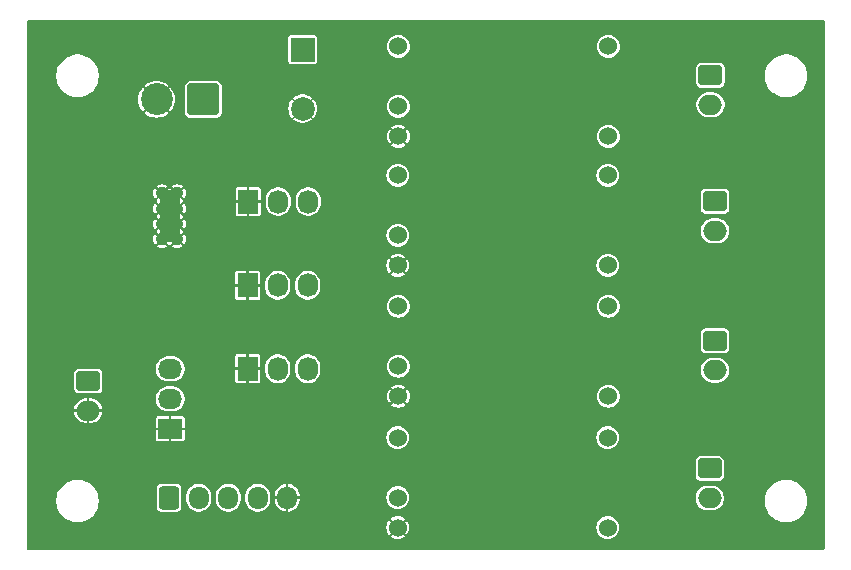
<source format=gbr>
%TF.GenerationSoftware,KiCad,Pcbnew,8.0.4*%
%TF.CreationDate,2024-12-13T14:18:57+03:00*%
%TF.ProjectId,Fara_controller,46617261-5f63-46f6-9e74-726f6c6c6572,rev?*%
%TF.SameCoordinates,Original*%
%TF.FileFunction,Copper,L2,Bot*%
%TF.FilePolarity,Positive*%
%FSLAX46Y46*%
G04 Gerber Fmt 4.6, Leading zero omitted, Abs format (unit mm)*
G04 Created by KiCad (PCBNEW 8.0.4) date 2024-12-13 14:18:57*
%MOMM*%
%LPD*%
G01*
G04 APERTURE LIST*
G04 Aperture macros list*
%AMRoundRect*
0 Rectangle with rounded corners*
0 $1 Rounding radius*
0 $2 $3 $4 $5 $6 $7 $8 $9 X,Y pos of 4 corners*
0 Add a 4 corners polygon primitive as box body*
4,1,4,$2,$3,$4,$5,$6,$7,$8,$9,$2,$3,0*
0 Add four circle primitives for the rounded corners*
1,1,$1+$1,$2,$3*
1,1,$1+$1,$4,$5*
1,1,$1+$1,$6,$7*
1,1,$1+$1,$8,$9*
0 Add four rect primitives between the rounded corners*
20,1,$1+$1,$2,$3,$4,$5,0*
20,1,$1+$1,$4,$5,$6,$7,0*
20,1,$1+$1,$6,$7,$8,$9,0*
20,1,$1+$1,$8,$9,$2,$3,0*%
G04 Aperture macros list end*
%TA.AperFunction,ComponentPad*%
%ADD10C,1.524000*%
%TD*%
%TA.AperFunction,ComponentPad*%
%ADD11R,1.730000X2.030000*%
%TD*%
%TA.AperFunction,ComponentPad*%
%ADD12O,1.730000X2.030000*%
%TD*%
%TA.AperFunction,ComponentPad*%
%ADD13O,1.700000X1.950000*%
%TD*%
%TA.AperFunction,ComponentPad*%
%ADD14RoundRect,0.250000X-0.600000X-0.725000X0.600000X-0.725000X0.600000X0.725000X-0.600000X0.725000X0*%
%TD*%
%TA.AperFunction,HeatsinkPad*%
%ADD15C,1.100000*%
%TD*%
%TA.AperFunction,HeatsinkPad*%
%ADD16R,1.800000X4.400000*%
%TD*%
%TA.AperFunction,ComponentPad*%
%ADD17RoundRect,0.250000X-0.750000X0.600000X-0.750000X-0.600000X0.750000X-0.600000X0.750000X0.600000X0*%
%TD*%
%TA.AperFunction,ComponentPad*%
%ADD18O,2.000000X1.700000*%
%TD*%
%TA.AperFunction,ComponentPad*%
%ADD19RoundRect,0.250001X1.099999X1.099999X-1.099999X1.099999X-1.099999X-1.099999X1.099999X-1.099999X0*%
%TD*%
%TA.AperFunction,ComponentPad*%
%ADD20C,2.700000*%
%TD*%
%TA.AperFunction,ComponentPad*%
%ADD21R,2.000000X2.000000*%
%TD*%
%TA.AperFunction,ComponentPad*%
%ADD22C,2.000000*%
%TD*%
%TA.AperFunction,ComponentPad*%
%ADD23R,2.030000X1.730000*%
%TD*%
%TA.AperFunction,ComponentPad*%
%ADD24O,2.030000X1.730000*%
%TD*%
%TA.AperFunction,ViaPad*%
%ADD25C,1.100000*%
%TD*%
G04 APERTURE END LIST*
D10*
%TO.P,U5,1,Vin+*%
%TO.N,VPP*%
X71110000Y-51640000D03*
%TO.P,U5,2,PWM*%
%TO.N,Net-(U5-PWM)*%
X71110000Y-56720000D03*
%TO.P,U5,3,Vin-*%
%TO.N,GND*%
X71110000Y-59260000D03*
%TO.P,U5,4,Vout-*%
%TO.N,Net-(U5-Vout-)*%
X88890000Y-59260000D03*
%TO.P,U5,5,Vout+*%
%TO.N,Net-(U5-Vout+)*%
X88890000Y-51640000D03*
%TD*%
D11*
%TO.P,X6,1,Tacho*%
%TO.N,GND*%
X58400000Y-45800000D03*
D12*
%TO.P,X6,2,+*%
%TO.N,+12V*%
X60940000Y-45800000D03*
%TO.P,X6,3,-*%
%TO.N,unconnected-(X6---Pad3)*%
X63480000Y-45800000D03*
%TD*%
D11*
%TO.P,X4,1,Tacho*%
%TO.N,GND*%
X58450000Y-31650000D03*
D12*
%TO.P,X4,2,+*%
%TO.N,+12V*%
X60990000Y-31650000D03*
%TO.P,X4,3,-*%
%TO.N,unconnected-(X4---Pad3)*%
X63530000Y-31650000D03*
%TD*%
D10*
%TO.P,U4,1,Vin+*%
%TO.N,VPP*%
X71160000Y-40510000D03*
%TO.P,U4,2,PWM*%
%TO.N,Net-(U4-PWM)*%
X71160000Y-45590000D03*
%TO.P,U4,3,Vin-*%
%TO.N,GND*%
X71160000Y-48130000D03*
%TO.P,U4,4,Vout-*%
%TO.N,Net-(U4-Vout-)*%
X88940000Y-48130000D03*
%TO.P,U4,5,Vout+*%
%TO.N,Net-(U4-Vout+)*%
X88940000Y-40510000D03*
%TD*%
%TO.P,U3,1,Vin+*%
%TO.N,VPP*%
X71110000Y-29440000D03*
%TO.P,U3,2,PWM*%
%TO.N,Net-(U3-PWM)*%
X71110000Y-34520000D03*
%TO.P,U3,3,Vin-*%
%TO.N,GND*%
X71110000Y-37060000D03*
%TO.P,U3,4,Vout-*%
%TO.N,Net-(U3-Vout-)*%
X88890000Y-37060000D03*
%TO.P,U3,5,Vout+*%
%TO.N,Net-(U3-Vout+)*%
X88890000Y-29440000D03*
%TD*%
D13*
%TO.P,X7,5,Pin_5*%
%TO.N,GND*%
X61750000Y-56725000D03*
%TO.P,X7,4,Pin_4*%
%TO.N,Net-(U5-PWM)*%
X59250000Y-56725000D03*
%TO.P,X7,3,Pin_3*%
%TO.N,Net-(U4-PWM)*%
X56750000Y-56725000D03*
%TO.P,X7,2,Pin_2*%
%TO.N,Net-(U3-PWM)*%
X54250000Y-56725000D03*
D14*
%TO.P,X7,1,Pin_1*%
%TO.N,Net-(U2-PWM)*%
X51750000Y-56725000D03*
%TD*%
D15*
%TO.P,U1,9,GND*%
%TO.N,GND*%
X52450000Y-34850000D03*
X52450000Y-33550000D03*
X52450000Y-32250000D03*
X52450000Y-30950000D03*
D16*
X51800000Y-32900000D03*
D15*
X51150000Y-34850000D03*
X51150000Y-33550000D03*
X51150000Y-32250000D03*
X51150000Y-30950000D03*
%TD*%
D17*
%TO.P,X8,1,Pin_1*%
%TO.N,Net-(U2-Vout+)*%
X97575000Y-20950000D03*
D18*
%TO.P,X8,2,Pin_2*%
%TO.N,Net-(U2-Vout-)*%
X97575000Y-23450000D03*
%TD*%
D19*
%TO.P,X1,1,Pin_1*%
%TO.N,VPP*%
X54650000Y-23000000D03*
D20*
%TO.P,X1,2,Pin_2*%
%TO.N,GND*%
X50690000Y-23000000D03*
%TD*%
D17*
%TO.P,X9,1,Pin_1*%
%TO.N,Net-(U3-Vout+)*%
X97965000Y-31635000D03*
D18*
%TO.P,X9,2,Pin_2*%
%TO.N,Net-(U3-Vout-)*%
X97965000Y-34135000D03*
%TD*%
D21*
%TO.P,C1,1*%
%TO.N,VPP*%
X63050000Y-18782323D03*
D22*
%TO.P,C1,2*%
%TO.N,GND*%
X63050000Y-23782323D03*
%TD*%
D17*
%TO.P,X10,1,Pin_1*%
%TO.N,Net-(U4-Vout+)*%
X97965000Y-43435000D03*
D18*
%TO.P,X10,2,Pin_2*%
%TO.N,Net-(U4-Vout-)*%
X97965000Y-45935000D03*
%TD*%
D10*
%TO.P,U2,1,Vin+*%
%TO.N,VPP*%
X71160000Y-18510000D03*
%TO.P,U2,2,PWM*%
%TO.N,Net-(U2-PWM)*%
X71160000Y-23590000D03*
%TO.P,U2,3,Vin-*%
%TO.N,GND*%
X71160000Y-26130000D03*
%TO.P,U2,4,Vout-*%
%TO.N,Net-(U2-Vout-)*%
X88940000Y-26130000D03*
%TO.P,U2,5,Vout+*%
%TO.N,Net-(U2-Vout+)*%
X88940000Y-18510000D03*
%TD*%
D17*
%TO.P,X11,1,Pin_1*%
%TO.N,Net-(U5-Vout+)*%
X97525000Y-54250000D03*
D18*
%TO.P,X11,2,Pin_2*%
%TO.N,Net-(U5-Vout-)*%
X97525000Y-56750000D03*
%TD*%
D17*
%TO.P,X2,1,Pin_1*%
%TO.N,+12V*%
X44900000Y-46850000D03*
D18*
%TO.P,X2,2,Pin_2*%
%TO.N,GND*%
X44900000Y-49350000D03*
%TD*%
D11*
%TO.P,X5,1,Tacho*%
%TO.N,GND*%
X58400000Y-38750000D03*
D12*
%TO.P,X5,2,+*%
%TO.N,+12V*%
X60940000Y-38750000D03*
%TO.P,X5,3,-*%
%TO.N,unconnected-(X5---Pad3)*%
X63480000Y-38750000D03*
%TD*%
D23*
%TO.P,X3,1,Tacho*%
%TO.N,GND*%
X51850000Y-50900000D03*
D24*
%TO.P,X3,2,+*%
%TO.N,+12V*%
X51850000Y-48360000D03*
%TO.P,X3,3,-*%
%TO.N,unconnected-(X3---Pad3)*%
X51850000Y-45820000D03*
%TD*%
D25*
%TO.N,GND*%
X52450000Y-29000000D03*
X42800000Y-50550000D03*
X45800000Y-51250000D03*
X46850000Y-49400000D03*
X40500000Y-30250000D03*
X40450000Y-25250000D03*
X42050000Y-25150000D03*
X56000000Y-38600000D03*
X56250000Y-45900000D03*
X58350000Y-43800000D03*
X58350000Y-40950000D03*
X58350000Y-36750000D03*
X58550000Y-33900000D03*
X72700000Y-58050000D03*
X65550000Y-48800000D03*
X57800000Y-21300000D03*
X49100000Y-37900000D03*
X69450000Y-26750000D03*
X65750000Y-60350000D03*
X82050000Y-40250000D03*
X49812506Y-25780069D03*
X53100000Y-58750000D03*
X69300000Y-37750000D03*
X61250000Y-23000000D03*
X61650000Y-26000000D03*
X72750000Y-37650000D03*
X48050000Y-23400000D03*
X55100000Y-51050000D03*
X69250000Y-47150000D03*
X63800000Y-26100000D03*
X58900000Y-26900000D03*
X69600000Y-25050000D03*
X56150000Y-30850000D03*
X69450000Y-48750000D03*
X69200000Y-58250000D03*
X72700000Y-36050000D03*
X41350000Y-54400000D03*
X88350000Y-33300000D03*
X48000000Y-56050000D03*
X46650000Y-24600000D03*
X63000000Y-58400000D03*
X105100000Y-35500000D03*
X61150000Y-24550000D03*
X104900000Y-49400000D03*
X56150000Y-32300000D03*
X55850000Y-29200000D03*
X53150000Y-40000000D03*
X58250000Y-28500000D03*
X51900000Y-25500000D03*
X73000000Y-48750000D03*
X73150000Y-47050000D03*
X104500000Y-60300000D03*
X41750000Y-60300000D03*
X49150000Y-41600000D03*
X63500000Y-55750000D03*
X49650000Y-51100000D03*
X73000000Y-59800000D03*
X72600000Y-24800000D03*
X82150000Y-51800000D03*
X42150000Y-37700000D03*
X52100000Y-53700000D03*
X56150000Y-33600000D03*
X81450000Y-31350000D03*
X56250000Y-34800000D03*
X54600000Y-36700000D03*
X65500000Y-57800000D03*
X104800000Y-27600000D03*
X42800000Y-48500000D03*
X65000000Y-23050000D03*
X69350000Y-59750000D03*
X69350000Y-35900000D03*
X72700000Y-26850000D03*
X65000000Y-24900000D03*
X49800000Y-20750000D03*
X51750000Y-37800000D03*
X81900000Y-22450000D03*
X40450000Y-28850000D03*
X48200000Y-20950000D03*
X51750000Y-41700000D03*
X51900000Y-20800000D03*
X60700000Y-58650000D03*
X53850000Y-51050000D03*
X81200000Y-58200000D03*
%TD*%
%TA.AperFunction,Conductor*%
%TO.N,GND*%
G36*
X52209940Y-33734205D02*
G01*
X52265795Y-33790060D01*
X52320041Y-33821378D01*
X51992881Y-34148539D01*
X51997430Y-34188916D01*
X51997430Y-34211082D01*
X51992881Y-34251459D01*
X52320042Y-34578620D01*
X52265795Y-34609940D01*
X52209940Y-34665795D01*
X52178620Y-34720042D01*
X51851459Y-34392881D01*
X51811082Y-34397430D01*
X51788916Y-34397430D01*
X51748539Y-34392881D01*
X51421378Y-34720041D01*
X51390060Y-34665795D01*
X51334205Y-34609940D01*
X51279956Y-34578619D01*
X51607117Y-34251459D01*
X51602568Y-34211083D01*
X51602568Y-34188915D01*
X51607117Y-34148539D01*
X51279957Y-33821379D01*
X51334205Y-33790060D01*
X51390060Y-33734205D01*
X51421379Y-33679957D01*
X51748539Y-34007117D01*
X51788915Y-34002568D01*
X51811083Y-34002568D01*
X51851459Y-34007117D01*
X52178619Y-33679956D01*
X52209940Y-33734205D01*
G37*
%TD.AperFunction*%
%TA.AperFunction,Conductor*%
G36*
X52209940Y-32434205D02*
G01*
X52265795Y-32490060D01*
X52320041Y-32521378D01*
X51992881Y-32848539D01*
X51997430Y-32888916D01*
X51997430Y-32911082D01*
X51992881Y-32951459D01*
X52320042Y-33278620D01*
X52265795Y-33309940D01*
X52209940Y-33365795D01*
X52178620Y-33420042D01*
X51851459Y-33092881D01*
X51811082Y-33097430D01*
X51788916Y-33097430D01*
X51748539Y-33092881D01*
X51421378Y-33420041D01*
X51390060Y-33365795D01*
X51334205Y-33309940D01*
X51279956Y-33278619D01*
X51607117Y-32951459D01*
X51602568Y-32911083D01*
X51602568Y-32888915D01*
X51607117Y-32848539D01*
X51279957Y-32521379D01*
X51334205Y-32490060D01*
X51390060Y-32434205D01*
X51421379Y-32379957D01*
X51748539Y-32707117D01*
X51788915Y-32702568D01*
X51811083Y-32702568D01*
X51851459Y-32707117D01*
X52178619Y-32379956D01*
X52209940Y-32434205D01*
G37*
%TD.AperFunction*%
%TA.AperFunction,Conductor*%
G36*
X52209940Y-31134205D02*
G01*
X52265795Y-31190060D01*
X52320041Y-31221378D01*
X51992881Y-31548539D01*
X51997430Y-31588916D01*
X51997430Y-31611082D01*
X51992881Y-31651459D01*
X52320042Y-31978620D01*
X52265795Y-32009940D01*
X52209940Y-32065795D01*
X52178620Y-32120042D01*
X51851459Y-31792881D01*
X51811082Y-31797430D01*
X51788916Y-31797430D01*
X51748539Y-31792881D01*
X51421378Y-32120041D01*
X51390060Y-32065795D01*
X51334205Y-32009940D01*
X51279956Y-31978619D01*
X51607117Y-31651459D01*
X51602568Y-31611083D01*
X51602568Y-31588915D01*
X51607117Y-31548539D01*
X51279957Y-31221379D01*
X51334205Y-31190060D01*
X51390060Y-31134205D01*
X51421379Y-31079957D01*
X51748539Y-31407117D01*
X51788915Y-31402568D01*
X51811083Y-31402568D01*
X51851459Y-31407117D01*
X52178619Y-31079956D01*
X52209940Y-31134205D01*
G37*
%TD.AperFunction*%
%TA.AperFunction,Conductor*%
G36*
X107208691Y-16319407D02*
G01*
X107244655Y-16368907D01*
X107249500Y-16399500D01*
X107249500Y-61050500D01*
X107230593Y-61108691D01*
X107181093Y-61144655D01*
X107150500Y-61149500D01*
X39799500Y-61149500D01*
X39741309Y-61130593D01*
X39705345Y-61081093D01*
X39700500Y-61050500D01*
X39700500Y-59259996D01*
X70143345Y-59259996D01*
X70143345Y-59260003D01*
X70161917Y-59448580D01*
X70161918Y-59448585D01*
X70216927Y-59629923D01*
X70306257Y-59797047D01*
X70362724Y-59865852D01*
X70779323Y-59449252D01*
X70805124Y-59493940D01*
X70876060Y-59564876D01*
X70920744Y-59590675D01*
X70504146Y-60007274D01*
X70572955Y-60063744D01*
X70740076Y-60153072D01*
X70921414Y-60208081D01*
X70921419Y-60208082D01*
X71109997Y-60226655D01*
X71110003Y-60226655D01*
X71298580Y-60208082D01*
X71298585Y-60208081D01*
X71479923Y-60153072D01*
X71647043Y-60063744D01*
X71647049Y-60063740D01*
X71715852Y-60007274D01*
X71299253Y-59590675D01*
X71343940Y-59564876D01*
X71414876Y-59493940D01*
X71440675Y-59449253D01*
X71857274Y-59865852D01*
X71913740Y-59797049D01*
X71913744Y-59797043D01*
X72003072Y-59629923D01*
X72058081Y-59448585D01*
X72058082Y-59448580D01*
X72076655Y-59260003D01*
X72076655Y-59259996D01*
X87922843Y-59259996D01*
X87922843Y-59260003D01*
X87941425Y-59448678D01*
X87941426Y-59448683D01*
X87996463Y-59630115D01*
X87996465Y-59630120D01*
X88002281Y-59641000D01*
X88085838Y-59797324D01*
X88206117Y-59943883D01*
X88352676Y-60064162D01*
X88519885Y-60153537D01*
X88646280Y-60191877D01*
X88701316Y-60208573D01*
X88701321Y-60208574D01*
X88889997Y-60227157D01*
X88890000Y-60227157D01*
X88890003Y-60227157D01*
X89078678Y-60208574D01*
X89078683Y-60208573D01*
X89080305Y-60208081D01*
X89260115Y-60153537D01*
X89427324Y-60064162D01*
X89573883Y-59943883D01*
X89694162Y-59797324D01*
X89783537Y-59630115D01*
X89838573Y-59448683D01*
X89838574Y-59448678D01*
X89857157Y-59260003D01*
X89857157Y-59259996D01*
X89838574Y-59071321D01*
X89838573Y-59071316D01*
X89821877Y-59016280D01*
X89783537Y-58889885D01*
X89694162Y-58722676D01*
X89573883Y-58576117D01*
X89427835Y-58456257D01*
X89427328Y-58455841D01*
X89427326Y-58455840D01*
X89427324Y-58455838D01*
X89387959Y-58434797D01*
X89260120Y-58366465D01*
X89260115Y-58366463D01*
X89078683Y-58311426D01*
X89078678Y-58311425D01*
X88890003Y-58292843D01*
X88889997Y-58292843D01*
X88701321Y-58311425D01*
X88701316Y-58311426D01*
X88519884Y-58366463D01*
X88519879Y-58366465D01*
X88352681Y-58455835D01*
X88352671Y-58455841D01*
X88206121Y-58576113D01*
X88206113Y-58576121D01*
X88085841Y-58722671D01*
X88085835Y-58722681D01*
X87996465Y-58889879D01*
X87996463Y-58889884D01*
X87941426Y-59071316D01*
X87941425Y-59071321D01*
X87922843Y-59259996D01*
X72076655Y-59259996D01*
X72058082Y-59071419D01*
X72058081Y-59071414D01*
X72003072Y-58890076D01*
X71913744Y-58722955D01*
X71857274Y-58654146D01*
X71440675Y-59070744D01*
X71414876Y-59026060D01*
X71343940Y-58955124D01*
X71299252Y-58929323D01*
X71715852Y-58512724D01*
X71647047Y-58456257D01*
X71479923Y-58366927D01*
X71298585Y-58311918D01*
X71298580Y-58311917D01*
X71110003Y-58293345D01*
X71109997Y-58293345D01*
X70921419Y-58311917D01*
X70921414Y-58311918D01*
X70740076Y-58366927D01*
X70740071Y-58366929D01*
X70572961Y-58456252D01*
X70572950Y-58456259D01*
X70504146Y-58512724D01*
X70920746Y-58929324D01*
X70876060Y-58955124D01*
X70805124Y-59026060D01*
X70779324Y-59070746D01*
X70362724Y-58654146D01*
X70306259Y-58722950D01*
X70306252Y-58722961D01*
X70216929Y-58890071D01*
X70216927Y-58890076D01*
X70161918Y-59071414D01*
X70161917Y-59071419D01*
X70143345Y-59259996D01*
X39700500Y-59259996D01*
X39700500Y-56881989D01*
X42199500Y-56881989D01*
X42199500Y-57118011D01*
X42229725Y-57347597D01*
X42230306Y-57352006D01*
X42230306Y-57352011D01*
X42291393Y-57579992D01*
X42381713Y-57798044D01*
X42383131Y-57800500D01*
X42440577Y-57900000D01*
X42499729Y-58002453D01*
X42643402Y-58189692D01*
X42643404Y-58189694D01*
X42643408Y-58189699D01*
X42810301Y-58356592D01*
X42810305Y-58356595D01*
X42810307Y-58356597D01*
X42940187Y-58456257D01*
X42997550Y-58500273D01*
X43201951Y-58618284D01*
X43201952Y-58618284D01*
X43201955Y-58618286D01*
X43288529Y-58654146D01*
X43420007Y-58708606D01*
X43647986Y-58769693D01*
X43881989Y-58800500D01*
X43881990Y-58800500D01*
X44118010Y-58800500D01*
X44118011Y-58800500D01*
X44352014Y-58769693D01*
X44579993Y-58708606D01*
X44798049Y-58618284D01*
X45002450Y-58500273D01*
X45189699Y-58356592D01*
X45356592Y-58189699D01*
X45500273Y-58002450D01*
X45618284Y-57798049D01*
X45708606Y-57579993D01*
X45769693Y-57352014D01*
X45800500Y-57118011D01*
X45800500Y-56881989D01*
X45769693Y-56647986D01*
X45708606Y-56420007D01*
X45618286Y-56201955D01*
X45607158Y-56182681D01*
X45500273Y-55997550D01*
X45460506Y-55945725D01*
X50699500Y-55945725D01*
X50699500Y-57504274D01*
X50702353Y-57534694D01*
X50702355Y-57534703D01*
X50747207Y-57662883D01*
X50827845Y-57772144D01*
X50827847Y-57772146D01*
X50827850Y-57772150D01*
X50827853Y-57772152D01*
X50827855Y-57772154D01*
X50937116Y-57852792D01*
X50937117Y-57852792D01*
X50937118Y-57852793D01*
X51065301Y-57897646D01*
X51095725Y-57900499D01*
X51095727Y-57900500D01*
X51095734Y-57900500D01*
X52404273Y-57900500D01*
X52404273Y-57900499D01*
X52434699Y-57897646D01*
X52562882Y-57852793D01*
X52672150Y-57772150D01*
X52752793Y-57662882D01*
X52797646Y-57534699D01*
X52800499Y-57504273D01*
X52800500Y-57504273D01*
X52800500Y-56496532D01*
X53199500Y-56496532D01*
X53199500Y-56953467D01*
X53239869Y-57156418D01*
X53319058Y-57347597D01*
X53433805Y-57519329D01*
X53434023Y-57519655D01*
X53580345Y-57665977D01*
X53752402Y-57780941D01*
X53943580Y-57860130D01*
X54146535Y-57900500D01*
X54146536Y-57900500D01*
X54353464Y-57900500D01*
X54353465Y-57900500D01*
X54556420Y-57860130D01*
X54747598Y-57780941D01*
X54919655Y-57665977D01*
X55065977Y-57519655D01*
X55180941Y-57347598D01*
X55260130Y-57156420D01*
X55300500Y-56953465D01*
X55300500Y-56496535D01*
X55300499Y-56496532D01*
X55699500Y-56496532D01*
X55699500Y-56953467D01*
X55739869Y-57156418D01*
X55819058Y-57347597D01*
X55933805Y-57519329D01*
X55934023Y-57519655D01*
X56080345Y-57665977D01*
X56252402Y-57780941D01*
X56443580Y-57860130D01*
X56646535Y-57900500D01*
X56646536Y-57900500D01*
X56853464Y-57900500D01*
X56853465Y-57900500D01*
X57056420Y-57860130D01*
X57247598Y-57780941D01*
X57419655Y-57665977D01*
X57565977Y-57519655D01*
X57680941Y-57347598D01*
X57760130Y-57156420D01*
X57800500Y-56953465D01*
X57800500Y-56496535D01*
X57800499Y-56496532D01*
X58199500Y-56496532D01*
X58199500Y-56953467D01*
X58239869Y-57156418D01*
X58319058Y-57347597D01*
X58433805Y-57519329D01*
X58434023Y-57519655D01*
X58580345Y-57665977D01*
X58752402Y-57780941D01*
X58943580Y-57860130D01*
X59146535Y-57900500D01*
X59146536Y-57900500D01*
X59353464Y-57900500D01*
X59353465Y-57900500D01*
X59556420Y-57860130D01*
X59747598Y-57780941D01*
X59919655Y-57665977D01*
X60065977Y-57519655D01*
X60180941Y-57347598D01*
X60260130Y-57156420D01*
X60300500Y-56953465D01*
X60300500Y-56496581D01*
X60700000Y-56496581D01*
X60700000Y-56624999D01*
X60700001Y-56625000D01*
X61285039Y-56625000D01*
X61275000Y-56662465D01*
X61275000Y-56787535D01*
X61285039Y-56825000D01*
X60700001Y-56825000D01*
X60700000Y-56825001D01*
X60700000Y-56953418D01*
X60740349Y-57156272D01*
X60819501Y-57347360D01*
X60819508Y-57347374D01*
X60934405Y-57519329D01*
X61080670Y-57665594D01*
X61252625Y-57780491D01*
X61252639Y-57780498D01*
X61443727Y-57859650D01*
X61646581Y-57899999D01*
X61646586Y-57900000D01*
X61649999Y-57900000D01*
X61650000Y-57899999D01*
X61650000Y-57189961D01*
X61687465Y-57200000D01*
X61812535Y-57200000D01*
X61850000Y-57189961D01*
X61850000Y-57899999D01*
X61850001Y-57900000D01*
X61853414Y-57900000D01*
X61853418Y-57899999D01*
X62056272Y-57859650D01*
X62247360Y-57780498D01*
X62247374Y-57780491D01*
X62419329Y-57665594D01*
X62565594Y-57519329D01*
X62680491Y-57347374D01*
X62680498Y-57347360D01*
X62759650Y-57156272D01*
X62799999Y-56953418D01*
X62800000Y-56953413D01*
X62800000Y-56825001D01*
X62799999Y-56825000D01*
X62214961Y-56825000D01*
X62225000Y-56787535D01*
X62225000Y-56719996D01*
X70142843Y-56719996D01*
X70142843Y-56720003D01*
X70161425Y-56908678D01*
X70161426Y-56908683D01*
X70216463Y-57090115D01*
X70216465Y-57090120D01*
X70275198Y-57200000D01*
X70305838Y-57257324D01*
X70426117Y-57403883D01*
X70572676Y-57524162D01*
X70739885Y-57613537D01*
X70866280Y-57651877D01*
X70921316Y-57668573D01*
X70921321Y-57668574D01*
X71109997Y-57687157D01*
X71110000Y-57687157D01*
X71110003Y-57687157D01*
X71298678Y-57668574D01*
X71298683Y-57668573D01*
X71307241Y-57665977D01*
X71480115Y-57613537D01*
X71647324Y-57524162D01*
X71793883Y-57403883D01*
X71914162Y-57257324D01*
X72003537Y-57090115D01*
X72058573Y-56908683D01*
X72058574Y-56908678D01*
X72077157Y-56720003D01*
X72077157Y-56719996D01*
X72069921Y-56646532D01*
X96324500Y-56646532D01*
X96324500Y-56853467D01*
X96364869Y-57056418D01*
X96444058Y-57247597D01*
X96559020Y-57419651D01*
X96559023Y-57419655D01*
X96705345Y-57565977D01*
X96877402Y-57680941D01*
X97068580Y-57760130D01*
X97271535Y-57800500D01*
X97271536Y-57800500D01*
X97778464Y-57800500D01*
X97778465Y-57800500D01*
X97981420Y-57760130D01*
X98172598Y-57680941D01*
X98344655Y-57565977D01*
X98490977Y-57419655D01*
X98605941Y-57247598D01*
X98685130Y-57056420D01*
X98719826Y-56881989D01*
X102199500Y-56881989D01*
X102199500Y-57118011D01*
X102229725Y-57347597D01*
X102230306Y-57352006D01*
X102230306Y-57352011D01*
X102291393Y-57579992D01*
X102381713Y-57798044D01*
X102383131Y-57800500D01*
X102440577Y-57900000D01*
X102499729Y-58002453D01*
X102643402Y-58189692D01*
X102643404Y-58189694D01*
X102643408Y-58189699D01*
X102810301Y-58356592D01*
X102810305Y-58356595D01*
X102810307Y-58356597D01*
X102940187Y-58456257D01*
X102997550Y-58500273D01*
X103201951Y-58618284D01*
X103201952Y-58618284D01*
X103201955Y-58618286D01*
X103288529Y-58654146D01*
X103420007Y-58708606D01*
X103647986Y-58769693D01*
X103881989Y-58800500D01*
X103881990Y-58800500D01*
X104118010Y-58800500D01*
X104118011Y-58800500D01*
X104352014Y-58769693D01*
X104579993Y-58708606D01*
X104798049Y-58618284D01*
X105002450Y-58500273D01*
X105189699Y-58356592D01*
X105356592Y-58189699D01*
X105500273Y-58002450D01*
X105618284Y-57798049D01*
X105708606Y-57579993D01*
X105769693Y-57352014D01*
X105800500Y-57118011D01*
X105800500Y-56881989D01*
X105769693Y-56647986D01*
X105708606Y-56420007D01*
X105618286Y-56201955D01*
X105607158Y-56182681D01*
X105500273Y-55997550D01*
X105437161Y-55915301D01*
X105356597Y-55810307D01*
X105356595Y-55810305D01*
X105356592Y-55810301D01*
X105189699Y-55643408D01*
X105189694Y-55643404D01*
X105189692Y-55643402D01*
X105002453Y-55499729D01*
X104798044Y-55381713D01*
X104579992Y-55291393D01*
X104424277Y-55249670D01*
X104352014Y-55230307D01*
X104352011Y-55230306D01*
X104352009Y-55230306D01*
X104118012Y-55199500D01*
X104118011Y-55199500D01*
X103881989Y-55199500D01*
X103881987Y-55199500D01*
X103647993Y-55230306D01*
X103647988Y-55230306D01*
X103420007Y-55291393D01*
X103201955Y-55381713D01*
X102997546Y-55499729D01*
X102810307Y-55643402D01*
X102643402Y-55810307D01*
X102499729Y-55997546D01*
X102381713Y-56201955D01*
X102291393Y-56420007D01*
X102230306Y-56647988D01*
X102230306Y-56647993D01*
X102203256Y-56853463D01*
X102199500Y-56881989D01*
X98719826Y-56881989D01*
X98725500Y-56853465D01*
X98725500Y-56646535D01*
X98685130Y-56443580D01*
X98605941Y-56252402D01*
X98490977Y-56080345D01*
X98344655Y-55934023D01*
X98339155Y-55930348D01*
X98172597Y-55819058D01*
X97981418Y-55739869D01*
X97778467Y-55699500D01*
X97778465Y-55699500D01*
X97271535Y-55699500D01*
X97271532Y-55699500D01*
X97068581Y-55739869D01*
X96877402Y-55819058D01*
X96705348Y-55934020D01*
X96559020Y-56080348D01*
X96444058Y-56252402D01*
X96364869Y-56443581D01*
X96324500Y-56646532D01*
X72069921Y-56646532D01*
X72058574Y-56531321D01*
X72058573Y-56531316D01*
X72031959Y-56443581D01*
X72003537Y-56349885D01*
X71914162Y-56182676D01*
X71793883Y-56036117D01*
X71683741Y-55945725D01*
X71647328Y-55915841D01*
X71647326Y-55915840D01*
X71647324Y-55915838D01*
X71607959Y-55894797D01*
X71480120Y-55826465D01*
X71480115Y-55826463D01*
X71298683Y-55771426D01*
X71298678Y-55771425D01*
X71110003Y-55752843D01*
X71109997Y-55752843D01*
X70921321Y-55771425D01*
X70921316Y-55771426D01*
X70739884Y-55826463D01*
X70739879Y-55826465D01*
X70572681Y-55915835D01*
X70572671Y-55915841D01*
X70426121Y-56036113D01*
X70426113Y-56036121D01*
X70305841Y-56182671D01*
X70305835Y-56182681D01*
X70216465Y-56349879D01*
X70216463Y-56349884D01*
X70161426Y-56531316D01*
X70161425Y-56531321D01*
X70142843Y-56719996D01*
X62225000Y-56719996D01*
X62225000Y-56662465D01*
X62214961Y-56625000D01*
X62799999Y-56625000D01*
X62800000Y-56624999D01*
X62800000Y-56496586D01*
X62799999Y-56496581D01*
X62759650Y-56293727D01*
X62680498Y-56102639D01*
X62680491Y-56102625D01*
X62565594Y-55930670D01*
X62419329Y-55784405D01*
X62247374Y-55669508D01*
X62247360Y-55669501D01*
X62056272Y-55590349D01*
X61853418Y-55550000D01*
X61850001Y-55550000D01*
X61850000Y-55550001D01*
X61850000Y-56260038D01*
X61812535Y-56250000D01*
X61687465Y-56250000D01*
X61650000Y-56260038D01*
X61650000Y-55550001D01*
X61649999Y-55550000D01*
X61646581Y-55550000D01*
X61443727Y-55590349D01*
X61252639Y-55669501D01*
X61252625Y-55669508D01*
X61080670Y-55784405D01*
X60934405Y-55930670D01*
X60819508Y-56102625D01*
X60819501Y-56102639D01*
X60740349Y-56293727D01*
X60700000Y-56496581D01*
X60300500Y-56496581D01*
X60300500Y-56496535D01*
X60260130Y-56293580D01*
X60180941Y-56102402D01*
X60065977Y-55930345D01*
X59919655Y-55784023D01*
X59900804Y-55771427D01*
X59747597Y-55669058D01*
X59556418Y-55589869D01*
X59353467Y-55549500D01*
X59353465Y-55549500D01*
X59146535Y-55549500D01*
X59146532Y-55549500D01*
X58943581Y-55589869D01*
X58752402Y-55669058D01*
X58580348Y-55784020D01*
X58434020Y-55930348D01*
X58319058Y-56102402D01*
X58239869Y-56293581D01*
X58199500Y-56496532D01*
X57800499Y-56496532D01*
X57760130Y-56293580D01*
X57680941Y-56102402D01*
X57565977Y-55930345D01*
X57419655Y-55784023D01*
X57400804Y-55771427D01*
X57247597Y-55669058D01*
X57056418Y-55589869D01*
X56853467Y-55549500D01*
X56853465Y-55549500D01*
X56646535Y-55549500D01*
X56646532Y-55549500D01*
X56443581Y-55589869D01*
X56252402Y-55669058D01*
X56080348Y-55784020D01*
X55934020Y-55930348D01*
X55819058Y-56102402D01*
X55739869Y-56293581D01*
X55699500Y-56496532D01*
X55300499Y-56496532D01*
X55260130Y-56293580D01*
X55180941Y-56102402D01*
X55065977Y-55930345D01*
X54919655Y-55784023D01*
X54900804Y-55771427D01*
X54747597Y-55669058D01*
X54556418Y-55589869D01*
X54353467Y-55549500D01*
X54353465Y-55549500D01*
X54146535Y-55549500D01*
X54146532Y-55549500D01*
X53943581Y-55589869D01*
X53752402Y-55669058D01*
X53580348Y-55784020D01*
X53434020Y-55930348D01*
X53319058Y-56102402D01*
X53239869Y-56293581D01*
X53199500Y-56496532D01*
X52800500Y-56496532D01*
X52800500Y-55945727D01*
X52800499Y-55945725D01*
X52799057Y-55930345D01*
X52797646Y-55915301D01*
X52752793Y-55787118D01*
X52741211Y-55771425D01*
X52672154Y-55677855D01*
X52672152Y-55677853D01*
X52672150Y-55677850D01*
X52672146Y-55677847D01*
X52672144Y-55677845D01*
X52562883Y-55597207D01*
X52434703Y-55552355D01*
X52434694Y-55552353D01*
X52404274Y-55549500D01*
X52404266Y-55549500D01*
X51095734Y-55549500D01*
X51095725Y-55549500D01*
X51065305Y-55552353D01*
X51065296Y-55552355D01*
X50937116Y-55597207D01*
X50827855Y-55677845D01*
X50827845Y-55677855D01*
X50747207Y-55787116D01*
X50702355Y-55915296D01*
X50702353Y-55915305D01*
X50699500Y-55945725D01*
X45460506Y-55945725D01*
X45437161Y-55915301D01*
X45356597Y-55810307D01*
X45356595Y-55810305D01*
X45356592Y-55810301D01*
X45189699Y-55643408D01*
X45189694Y-55643404D01*
X45189692Y-55643402D01*
X45002453Y-55499729D01*
X44798044Y-55381713D01*
X44579992Y-55291393D01*
X44424277Y-55249670D01*
X44352014Y-55230307D01*
X44352011Y-55230306D01*
X44352009Y-55230306D01*
X44118012Y-55199500D01*
X44118011Y-55199500D01*
X43881989Y-55199500D01*
X43881987Y-55199500D01*
X43647993Y-55230306D01*
X43647988Y-55230306D01*
X43420007Y-55291393D01*
X43201955Y-55381713D01*
X42997546Y-55499729D01*
X42810307Y-55643402D01*
X42643402Y-55810307D01*
X42499729Y-55997546D01*
X42381713Y-56201955D01*
X42291393Y-56420007D01*
X42230306Y-56647988D01*
X42230306Y-56647993D01*
X42203256Y-56853463D01*
X42199500Y-56881989D01*
X39700500Y-56881989D01*
X39700500Y-53595725D01*
X96324500Y-53595725D01*
X96324500Y-54904274D01*
X96327353Y-54934694D01*
X96327355Y-54934703D01*
X96372207Y-55062883D01*
X96452845Y-55172144D01*
X96452847Y-55172146D01*
X96452850Y-55172150D01*
X96452853Y-55172152D01*
X96452855Y-55172154D01*
X96562116Y-55252792D01*
X96562117Y-55252792D01*
X96562118Y-55252793D01*
X96690301Y-55297646D01*
X96720725Y-55300499D01*
X96720727Y-55300500D01*
X96720734Y-55300500D01*
X98329273Y-55300500D01*
X98329273Y-55300499D01*
X98359699Y-55297646D01*
X98487882Y-55252793D01*
X98597150Y-55172150D01*
X98677793Y-55062882D01*
X98722646Y-54934699D01*
X98725499Y-54904273D01*
X98725500Y-54904273D01*
X98725500Y-53595727D01*
X98725499Y-53595725D01*
X98722646Y-53565305D01*
X98722646Y-53565301D01*
X98677793Y-53437118D01*
X98597150Y-53327850D01*
X98597146Y-53327847D01*
X98597144Y-53327845D01*
X98487883Y-53247207D01*
X98359703Y-53202355D01*
X98359694Y-53202353D01*
X98329274Y-53199500D01*
X98329266Y-53199500D01*
X96720734Y-53199500D01*
X96720725Y-53199500D01*
X96690305Y-53202353D01*
X96690296Y-53202355D01*
X96562116Y-53247207D01*
X96452855Y-53327845D01*
X96452845Y-53327855D01*
X96372207Y-53437116D01*
X96327355Y-53565296D01*
X96327353Y-53565305D01*
X96324500Y-53595725D01*
X39700500Y-53595725D01*
X39700500Y-49246581D01*
X43700000Y-49246581D01*
X43700000Y-49249999D01*
X43700001Y-49250000D01*
X44409157Y-49250000D01*
X44400000Y-49284174D01*
X44400000Y-49415826D01*
X44409157Y-49450000D01*
X43700001Y-49450000D01*
X43700000Y-49450001D01*
X43700000Y-49453418D01*
X43740349Y-49656272D01*
X43819501Y-49847360D01*
X43819508Y-49847374D01*
X43934405Y-50019329D01*
X44080670Y-50165594D01*
X44252625Y-50280491D01*
X44252639Y-50280498D01*
X44443727Y-50359650D01*
X44646581Y-50399999D01*
X44646586Y-50400000D01*
X44799999Y-50400000D01*
X44800000Y-50399999D01*
X44800000Y-49840842D01*
X44834174Y-49850000D01*
X44965826Y-49850000D01*
X45000000Y-49840842D01*
X45000000Y-50399999D01*
X45000001Y-50400000D01*
X45153414Y-50400000D01*
X45153418Y-50399999D01*
X45356272Y-50359650D01*
X45547360Y-50280498D01*
X45547374Y-50280491D01*
X45719329Y-50165594D01*
X45865594Y-50019329D01*
X45868287Y-50015299D01*
X50635000Y-50015299D01*
X50635000Y-50799999D01*
X50635001Y-50800000D01*
X51348804Y-50800000D01*
X51340000Y-50832857D01*
X51340000Y-50967143D01*
X51348804Y-51000000D01*
X50635001Y-51000000D01*
X50635000Y-51000001D01*
X50635000Y-51784700D01*
X50646603Y-51843036D01*
X50690806Y-51909189D01*
X50690810Y-51909193D01*
X50756963Y-51953396D01*
X50815299Y-51964999D01*
X50815303Y-51965000D01*
X51749999Y-51965000D01*
X51750000Y-51964999D01*
X51750000Y-51401196D01*
X51782857Y-51410000D01*
X51917143Y-51410000D01*
X51950000Y-51401196D01*
X51950000Y-51964999D01*
X51950001Y-51965000D01*
X52884697Y-51965000D01*
X52884700Y-51964999D01*
X52943036Y-51953396D01*
X53009189Y-51909193D01*
X53009193Y-51909189D01*
X53053396Y-51843036D01*
X53064999Y-51784700D01*
X53065000Y-51784697D01*
X53065000Y-51639996D01*
X70142843Y-51639996D01*
X70142843Y-51640003D01*
X70161425Y-51828678D01*
X70161426Y-51828683D01*
X70216463Y-52010115D01*
X70216465Y-52010120D01*
X70284797Y-52137959D01*
X70305838Y-52177324D01*
X70426117Y-52323883D01*
X70572676Y-52444162D01*
X70739885Y-52533537D01*
X70866280Y-52571877D01*
X70921316Y-52588573D01*
X70921321Y-52588574D01*
X71109997Y-52607157D01*
X71110000Y-52607157D01*
X71110003Y-52607157D01*
X71298678Y-52588574D01*
X71298683Y-52588573D01*
X71480115Y-52533537D01*
X71647324Y-52444162D01*
X71793883Y-52323883D01*
X71914162Y-52177324D01*
X72003537Y-52010115D01*
X72058573Y-51828683D01*
X72058574Y-51828678D01*
X72077157Y-51640003D01*
X72077157Y-51639996D01*
X87922843Y-51639996D01*
X87922843Y-51640003D01*
X87941425Y-51828678D01*
X87941426Y-51828683D01*
X87996463Y-52010115D01*
X87996465Y-52010120D01*
X88064797Y-52137959D01*
X88085838Y-52177324D01*
X88206117Y-52323883D01*
X88352676Y-52444162D01*
X88519885Y-52533537D01*
X88646280Y-52571877D01*
X88701316Y-52588573D01*
X88701321Y-52588574D01*
X88889997Y-52607157D01*
X88890000Y-52607157D01*
X88890003Y-52607157D01*
X89078678Y-52588574D01*
X89078683Y-52588573D01*
X89260115Y-52533537D01*
X89427324Y-52444162D01*
X89573883Y-52323883D01*
X89694162Y-52177324D01*
X89783537Y-52010115D01*
X89838573Y-51828683D01*
X89838574Y-51828678D01*
X89857157Y-51640003D01*
X89857157Y-51639996D01*
X89838574Y-51451321D01*
X89838573Y-51451316D01*
X89815497Y-51375245D01*
X89783537Y-51269885D01*
X89694162Y-51102676D01*
X89573883Y-50956117D01*
X89427324Y-50835838D01*
X89360274Y-50799999D01*
X89260120Y-50746465D01*
X89260115Y-50746463D01*
X89078683Y-50691426D01*
X89078678Y-50691425D01*
X88890003Y-50672843D01*
X88889997Y-50672843D01*
X88701321Y-50691425D01*
X88701316Y-50691426D01*
X88519884Y-50746463D01*
X88519879Y-50746465D01*
X88352681Y-50835835D01*
X88352671Y-50835841D01*
X88206121Y-50956113D01*
X88206113Y-50956121D01*
X88085841Y-51102671D01*
X88085835Y-51102681D01*
X87996465Y-51269879D01*
X87996463Y-51269884D01*
X87941426Y-51451316D01*
X87941425Y-51451321D01*
X87922843Y-51639996D01*
X72077157Y-51639996D01*
X72058574Y-51451321D01*
X72058573Y-51451316D01*
X72035497Y-51375245D01*
X72003537Y-51269885D01*
X71914162Y-51102676D01*
X71793883Y-50956117D01*
X71647324Y-50835838D01*
X71580274Y-50799999D01*
X71480120Y-50746465D01*
X71480115Y-50746463D01*
X71298683Y-50691426D01*
X71298678Y-50691425D01*
X71110003Y-50672843D01*
X71109997Y-50672843D01*
X70921321Y-50691425D01*
X70921316Y-50691426D01*
X70739884Y-50746463D01*
X70739879Y-50746465D01*
X70572681Y-50835835D01*
X70572671Y-50835841D01*
X70426121Y-50956113D01*
X70426113Y-50956121D01*
X70305841Y-51102671D01*
X70305835Y-51102681D01*
X70216465Y-51269879D01*
X70216463Y-51269884D01*
X70161426Y-51451316D01*
X70161425Y-51451321D01*
X70142843Y-51639996D01*
X53065000Y-51639996D01*
X53065000Y-51000001D01*
X53064999Y-51000000D01*
X52351196Y-51000000D01*
X52360000Y-50967143D01*
X52360000Y-50832857D01*
X52351196Y-50800000D01*
X53064999Y-50800000D01*
X53065000Y-50799999D01*
X53065000Y-50015302D01*
X53064999Y-50015299D01*
X53053396Y-49956963D01*
X53009193Y-49890810D01*
X53009189Y-49890806D01*
X52943036Y-49846603D01*
X52884700Y-49835000D01*
X51950001Y-49835000D01*
X51950000Y-49835001D01*
X51950000Y-50398803D01*
X51917143Y-50390000D01*
X51782857Y-50390000D01*
X51750000Y-50398803D01*
X51750000Y-49835001D01*
X51749999Y-49835000D01*
X50815299Y-49835000D01*
X50756963Y-49846603D01*
X50690810Y-49890806D01*
X50690806Y-49890810D01*
X50646603Y-49956963D01*
X50635000Y-50015299D01*
X45868287Y-50015299D01*
X45980491Y-49847374D01*
X45980498Y-49847360D01*
X46059650Y-49656272D01*
X46099999Y-49453418D01*
X46100000Y-49453413D01*
X46100000Y-49450001D01*
X46099999Y-49450000D01*
X45390843Y-49450000D01*
X45400000Y-49415826D01*
X45400000Y-49284174D01*
X45390843Y-49250000D01*
X46099999Y-49250000D01*
X46100000Y-49249999D01*
X46100000Y-49246586D01*
X46099999Y-49246581D01*
X46059650Y-49043727D01*
X45980498Y-48852639D01*
X45980491Y-48852625D01*
X45865594Y-48680670D01*
X45719329Y-48534405D01*
X45547374Y-48419508D01*
X45547360Y-48419501D01*
X45356272Y-48340349D01*
X45153418Y-48300000D01*
X45000001Y-48300000D01*
X45000000Y-48300001D01*
X45000000Y-48859157D01*
X44965826Y-48850000D01*
X44834174Y-48850000D01*
X44800000Y-48859157D01*
X44800000Y-48300001D01*
X44799999Y-48300000D01*
X44646581Y-48300000D01*
X44443727Y-48340349D01*
X44252639Y-48419501D01*
X44252625Y-48419508D01*
X44080670Y-48534405D01*
X43934405Y-48680670D01*
X43819508Y-48852625D01*
X43819501Y-48852639D01*
X43740349Y-49043727D01*
X43700000Y-49246581D01*
X39700500Y-49246581D01*
X39700500Y-48255054D01*
X50634500Y-48255054D01*
X50634500Y-48464945D01*
X50675446Y-48670792D01*
X50675448Y-48670798D01*
X50755766Y-48864702D01*
X50872369Y-49039212D01*
X50872372Y-49039216D01*
X51020784Y-49187628D01*
X51195297Y-49304233D01*
X51389205Y-49384553D01*
X51595057Y-49425500D01*
X51595058Y-49425500D01*
X52104942Y-49425500D01*
X52104943Y-49425500D01*
X52310795Y-49384553D01*
X52504703Y-49304233D01*
X52679216Y-49187628D01*
X52827628Y-49039216D01*
X52944233Y-48864703D01*
X53024553Y-48670795D01*
X53065500Y-48464943D01*
X53065500Y-48255057D01*
X53040624Y-48129996D01*
X70193345Y-48129996D01*
X70193345Y-48130003D01*
X70211917Y-48318580D01*
X70211918Y-48318585D01*
X70266927Y-48499923D01*
X70356257Y-48667047D01*
X70412724Y-48735852D01*
X70829323Y-48319252D01*
X70855124Y-48363940D01*
X70926060Y-48434876D01*
X70970744Y-48460675D01*
X70554146Y-48877274D01*
X70622955Y-48933744D01*
X70790076Y-49023072D01*
X70971414Y-49078081D01*
X70971419Y-49078082D01*
X71159997Y-49096655D01*
X71160003Y-49096655D01*
X71348580Y-49078082D01*
X71348585Y-49078081D01*
X71529923Y-49023072D01*
X71697043Y-48933744D01*
X71697049Y-48933740D01*
X71765852Y-48877274D01*
X71349253Y-48460675D01*
X71393940Y-48434876D01*
X71464876Y-48363940D01*
X71490675Y-48319253D01*
X71907274Y-48735852D01*
X71963740Y-48667049D01*
X71963744Y-48667043D01*
X72053072Y-48499923D01*
X72108081Y-48318585D01*
X72108082Y-48318580D01*
X72126655Y-48130003D01*
X72126655Y-48129996D01*
X87972843Y-48129996D01*
X87972843Y-48130003D01*
X87991425Y-48318678D01*
X87991426Y-48318683D01*
X88046463Y-48500115D01*
X88046465Y-48500120D01*
X88052281Y-48511000D01*
X88135838Y-48667324D01*
X88135840Y-48667326D01*
X88135841Y-48667328D01*
X88138689Y-48670798D01*
X88256117Y-48813883D01*
X88402676Y-48934162D01*
X88569885Y-49023537D01*
X88696280Y-49061877D01*
X88751316Y-49078573D01*
X88751321Y-49078574D01*
X88939997Y-49097157D01*
X88940000Y-49097157D01*
X88940003Y-49097157D01*
X89128678Y-49078574D01*
X89128683Y-49078573D01*
X89130305Y-49078081D01*
X89310115Y-49023537D01*
X89477324Y-48934162D01*
X89623883Y-48813883D01*
X89744162Y-48667324D01*
X89833537Y-48500115D01*
X89888573Y-48318683D01*
X89888574Y-48318678D01*
X89907157Y-48130003D01*
X89907157Y-48129996D01*
X89888574Y-47941321D01*
X89888573Y-47941316D01*
X89861720Y-47852793D01*
X89833537Y-47759885D01*
X89744162Y-47592676D01*
X89623883Y-47446117D01*
X89489034Y-47335448D01*
X89477328Y-47325841D01*
X89477326Y-47325840D01*
X89477324Y-47325838D01*
X89418695Y-47294500D01*
X89310120Y-47236465D01*
X89310115Y-47236463D01*
X89128683Y-47181426D01*
X89128678Y-47181425D01*
X88940003Y-47162843D01*
X88939997Y-47162843D01*
X88751321Y-47181425D01*
X88751316Y-47181426D01*
X88569884Y-47236463D01*
X88569879Y-47236465D01*
X88402681Y-47325835D01*
X88402671Y-47325841D01*
X88256121Y-47446113D01*
X88256113Y-47446121D01*
X88135841Y-47592671D01*
X88135835Y-47592681D01*
X88046465Y-47759879D01*
X88046463Y-47759884D01*
X87991426Y-47941316D01*
X87991425Y-47941321D01*
X87972843Y-48129996D01*
X72126655Y-48129996D01*
X72108082Y-47941419D01*
X72108081Y-47941414D01*
X72053072Y-47760076D01*
X71963744Y-47592955D01*
X71907274Y-47524146D01*
X71490675Y-47940744D01*
X71464876Y-47896060D01*
X71393940Y-47825124D01*
X71349252Y-47799323D01*
X71765852Y-47382724D01*
X71697047Y-47326257D01*
X71529923Y-47236927D01*
X71348585Y-47181918D01*
X71348580Y-47181917D01*
X71160003Y-47163345D01*
X71159997Y-47163345D01*
X70971419Y-47181917D01*
X70971414Y-47181918D01*
X70790076Y-47236927D01*
X70790071Y-47236929D01*
X70622961Y-47326252D01*
X70622950Y-47326259D01*
X70554146Y-47382724D01*
X70970746Y-47799324D01*
X70926060Y-47825124D01*
X70855124Y-47896060D01*
X70829324Y-47940746D01*
X70412724Y-47524146D01*
X70356259Y-47592950D01*
X70356252Y-47592961D01*
X70266929Y-47760071D01*
X70266927Y-47760076D01*
X70211918Y-47941414D01*
X70211917Y-47941419D01*
X70193345Y-48129996D01*
X53040624Y-48129996D01*
X53024553Y-48049205D01*
X52944233Y-47855297D01*
X52827628Y-47680784D01*
X52679216Y-47532372D01*
X52666905Y-47524146D01*
X52504702Y-47415766D01*
X52310798Y-47335448D01*
X52310792Y-47335446D01*
X52104945Y-47294500D01*
X52104943Y-47294500D01*
X51595057Y-47294500D01*
X51595054Y-47294500D01*
X51389207Y-47335446D01*
X51389201Y-47335448D01*
X51195297Y-47415766D01*
X51020787Y-47532369D01*
X50872369Y-47680787D01*
X50755766Y-47855297D01*
X50675448Y-48049201D01*
X50675446Y-48049207D01*
X50634500Y-48255054D01*
X39700500Y-48255054D01*
X39700500Y-46195725D01*
X43699500Y-46195725D01*
X43699500Y-47504274D01*
X43702353Y-47534694D01*
X43702355Y-47534703D01*
X43747207Y-47662883D01*
X43827845Y-47772144D01*
X43827847Y-47772146D01*
X43827850Y-47772150D01*
X43827853Y-47772152D01*
X43827855Y-47772154D01*
X43937116Y-47852792D01*
X43937117Y-47852792D01*
X43937118Y-47852793D01*
X44065301Y-47897646D01*
X44095725Y-47900499D01*
X44095727Y-47900500D01*
X44095734Y-47900500D01*
X45704273Y-47900500D01*
X45704273Y-47900499D01*
X45734699Y-47897646D01*
X45862882Y-47852793D01*
X45972150Y-47772150D01*
X46052793Y-47662882D01*
X46097646Y-47534699D01*
X46100499Y-47504273D01*
X46100500Y-47504273D01*
X46100500Y-46195727D01*
X46100499Y-46195725D01*
X46097646Y-46165305D01*
X46097646Y-46165301D01*
X46052793Y-46037118D01*
X46023076Y-45996853D01*
X45972154Y-45927855D01*
X45972152Y-45927853D01*
X45972150Y-45927850D01*
X45972146Y-45927847D01*
X45972144Y-45927845D01*
X45862883Y-45847207D01*
X45734703Y-45802355D01*
X45734694Y-45802353D01*
X45704274Y-45799500D01*
X45704266Y-45799500D01*
X44095734Y-45799500D01*
X44095725Y-45799500D01*
X44065305Y-45802353D01*
X44065296Y-45802355D01*
X43937116Y-45847207D01*
X43827855Y-45927845D01*
X43827845Y-45927855D01*
X43747207Y-46037116D01*
X43702355Y-46165296D01*
X43702353Y-46165305D01*
X43699500Y-46195725D01*
X39700500Y-46195725D01*
X39700500Y-45715054D01*
X50634500Y-45715054D01*
X50634500Y-45924945D01*
X50675446Y-46130792D01*
X50675448Y-46130798D01*
X50755766Y-46324702D01*
X50872369Y-46499212D01*
X50872372Y-46499216D01*
X51020784Y-46647628D01*
X51195297Y-46764233D01*
X51389205Y-46844553D01*
X51595057Y-46885500D01*
X51595058Y-46885500D01*
X52104942Y-46885500D01*
X52104943Y-46885500D01*
X52310795Y-46844553D01*
X52504703Y-46764233D01*
X52679216Y-46647628D01*
X52827628Y-46499216D01*
X52944233Y-46324703D01*
X53024553Y-46130795D01*
X53065500Y-45924943D01*
X53065500Y-45715057D01*
X53024553Y-45509205D01*
X52944233Y-45315297D01*
X52827628Y-45140784D01*
X52679216Y-44992372D01*
X52646912Y-44970787D01*
X52504702Y-44875766D01*
X52310798Y-44795448D01*
X52310792Y-44795446D01*
X52159235Y-44765299D01*
X57335000Y-44765299D01*
X57335000Y-45699999D01*
X57335001Y-45700000D01*
X57898804Y-45700000D01*
X57890000Y-45732857D01*
X57890000Y-45867143D01*
X57898804Y-45900000D01*
X57335001Y-45900000D01*
X57335000Y-45900001D01*
X57335000Y-46834700D01*
X57346603Y-46893036D01*
X57390806Y-46959189D01*
X57390810Y-46959193D01*
X57456963Y-47003396D01*
X57515299Y-47014999D01*
X57515303Y-47015000D01*
X58299999Y-47015000D01*
X58300000Y-47014999D01*
X58300000Y-46301196D01*
X58332857Y-46310000D01*
X58467143Y-46310000D01*
X58500000Y-46301196D01*
X58500000Y-47014999D01*
X58500001Y-47015000D01*
X59284697Y-47015000D01*
X59284700Y-47014999D01*
X59343036Y-47003396D01*
X59409189Y-46959193D01*
X59409193Y-46959189D01*
X59453396Y-46893036D01*
X59464999Y-46834700D01*
X59465000Y-46834697D01*
X59465000Y-45900001D01*
X59464999Y-45900000D01*
X58901196Y-45900000D01*
X58910000Y-45867143D01*
X58910000Y-45732857D01*
X58901196Y-45700000D01*
X59464999Y-45700000D01*
X59465000Y-45699999D01*
X59465000Y-45545054D01*
X59874500Y-45545054D01*
X59874500Y-46054945D01*
X59915446Y-46260792D01*
X59915448Y-46260798D01*
X59995766Y-46454702D01*
X60051807Y-46538574D01*
X60112372Y-46629216D01*
X60260784Y-46777628D01*
X60435297Y-46894233D01*
X60629205Y-46974553D01*
X60835057Y-47015500D01*
X60835058Y-47015500D01*
X61044942Y-47015500D01*
X61044943Y-47015500D01*
X61250795Y-46974553D01*
X61444703Y-46894233D01*
X61619216Y-46777628D01*
X61767628Y-46629216D01*
X61884233Y-46454703D01*
X61964553Y-46260795D01*
X62005500Y-46054943D01*
X62005500Y-45545057D01*
X62005499Y-45545054D01*
X62414500Y-45545054D01*
X62414500Y-46054945D01*
X62455446Y-46260792D01*
X62455448Y-46260798D01*
X62535766Y-46454702D01*
X62591807Y-46538574D01*
X62652372Y-46629216D01*
X62800784Y-46777628D01*
X62975297Y-46894233D01*
X63169205Y-46974553D01*
X63375057Y-47015500D01*
X63375058Y-47015500D01*
X63584942Y-47015500D01*
X63584943Y-47015500D01*
X63790795Y-46974553D01*
X63984703Y-46894233D01*
X64159216Y-46777628D01*
X64307628Y-46629216D01*
X64424233Y-46454703D01*
X64504553Y-46260795D01*
X64545500Y-46054943D01*
X64545500Y-45589996D01*
X70192843Y-45589996D01*
X70192843Y-45590003D01*
X70211425Y-45778678D01*
X70211426Y-45778683D01*
X70266463Y-45960115D01*
X70266465Y-45960120D01*
X70334797Y-46087959D01*
X70355838Y-46127324D01*
X70355840Y-46127326D01*
X70355841Y-46127328D01*
X70358689Y-46130798D01*
X70476117Y-46273883D01*
X70622676Y-46394162D01*
X70789885Y-46483537D01*
X70916280Y-46521877D01*
X70971316Y-46538573D01*
X70971321Y-46538574D01*
X71159997Y-46557157D01*
X71160000Y-46557157D01*
X71160003Y-46557157D01*
X71348678Y-46538574D01*
X71348683Y-46538573D01*
X71530115Y-46483537D01*
X71697324Y-46394162D01*
X71843883Y-46273883D01*
X71964162Y-46127324D01*
X72053537Y-45960115D01*
X72092542Y-45831532D01*
X96764500Y-45831532D01*
X96764500Y-46038467D01*
X96804869Y-46241418D01*
X96884058Y-46432597D01*
X96954869Y-46538574D01*
X96999023Y-46604655D01*
X97145345Y-46750977D01*
X97317402Y-46865941D01*
X97508580Y-46945130D01*
X97711535Y-46985500D01*
X97711536Y-46985500D01*
X98218464Y-46985500D01*
X98218465Y-46985500D01*
X98421420Y-46945130D01*
X98612598Y-46865941D01*
X98784655Y-46750977D01*
X98930977Y-46604655D01*
X99045941Y-46432598D01*
X99125130Y-46241420D01*
X99165500Y-46038465D01*
X99165500Y-45831535D01*
X99125130Y-45628580D01*
X99045941Y-45437402D01*
X98930977Y-45265345D01*
X98784655Y-45119023D01*
X98784651Y-45119020D01*
X98612597Y-45004058D01*
X98421418Y-44924869D01*
X98218467Y-44884500D01*
X98218465Y-44884500D01*
X97711535Y-44884500D01*
X97711532Y-44884500D01*
X97508581Y-44924869D01*
X97317402Y-45004058D01*
X97145348Y-45119020D01*
X96999020Y-45265348D01*
X96884058Y-45437402D01*
X96804869Y-45628581D01*
X96764500Y-45831532D01*
X72092542Y-45831532D01*
X72108573Y-45778683D01*
X72108574Y-45778678D01*
X72127157Y-45590003D01*
X72127157Y-45589996D01*
X72108574Y-45401321D01*
X72108573Y-45401316D01*
X72089731Y-45339201D01*
X72053537Y-45219885D01*
X71964162Y-45052676D01*
X71843883Y-44906117D01*
X71804626Y-44873899D01*
X71697328Y-44785841D01*
X71697326Y-44785840D01*
X71697324Y-44785838D01*
X71638695Y-44754500D01*
X71530120Y-44696465D01*
X71530115Y-44696463D01*
X71348683Y-44641426D01*
X71348678Y-44641425D01*
X71160003Y-44622843D01*
X71159997Y-44622843D01*
X70971321Y-44641425D01*
X70971316Y-44641426D01*
X70789884Y-44696463D01*
X70789879Y-44696465D01*
X70622681Y-44785835D01*
X70622671Y-44785841D01*
X70476121Y-44906113D01*
X70476113Y-44906121D01*
X70355841Y-45052671D01*
X70355835Y-45052681D01*
X70266465Y-45219879D01*
X70266463Y-45219884D01*
X70211426Y-45401316D01*
X70211425Y-45401321D01*
X70192843Y-45589996D01*
X64545500Y-45589996D01*
X64545500Y-45545057D01*
X64504553Y-45339205D01*
X64424233Y-45145297D01*
X64307628Y-44970784D01*
X64159216Y-44822372D01*
X64159212Y-44822369D01*
X63984702Y-44705766D01*
X63790798Y-44625448D01*
X63790792Y-44625446D01*
X63584945Y-44584500D01*
X63584943Y-44584500D01*
X63375057Y-44584500D01*
X63375054Y-44584500D01*
X63169207Y-44625446D01*
X63169201Y-44625448D01*
X62975297Y-44705766D01*
X62800787Y-44822369D01*
X62652369Y-44970787D01*
X62535766Y-45145297D01*
X62455448Y-45339201D01*
X62455446Y-45339207D01*
X62414500Y-45545054D01*
X62005499Y-45545054D01*
X61964553Y-45339205D01*
X61884233Y-45145297D01*
X61767628Y-44970784D01*
X61619216Y-44822372D01*
X61619212Y-44822369D01*
X61444702Y-44705766D01*
X61250798Y-44625448D01*
X61250792Y-44625446D01*
X61044945Y-44584500D01*
X61044943Y-44584500D01*
X60835057Y-44584500D01*
X60835054Y-44584500D01*
X60629207Y-44625446D01*
X60629201Y-44625448D01*
X60435297Y-44705766D01*
X60260787Y-44822369D01*
X60112369Y-44970787D01*
X59995766Y-45145297D01*
X59915448Y-45339201D01*
X59915446Y-45339207D01*
X59874500Y-45545054D01*
X59465000Y-45545054D01*
X59465000Y-44765302D01*
X59464999Y-44765299D01*
X59453396Y-44706963D01*
X59409193Y-44640810D01*
X59409189Y-44640806D01*
X59343036Y-44596603D01*
X59284700Y-44585000D01*
X58500001Y-44585000D01*
X58500000Y-44585001D01*
X58500000Y-45298803D01*
X58467143Y-45290000D01*
X58332857Y-45290000D01*
X58300000Y-45298803D01*
X58300000Y-44585001D01*
X58299999Y-44585000D01*
X57515299Y-44585000D01*
X57456963Y-44596603D01*
X57390810Y-44640806D01*
X57390806Y-44640810D01*
X57346603Y-44706963D01*
X57335000Y-44765299D01*
X52159235Y-44765299D01*
X52104945Y-44754500D01*
X52104943Y-44754500D01*
X51595057Y-44754500D01*
X51595054Y-44754500D01*
X51389207Y-44795446D01*
X51389201Y-44795448D01*
X51195297Y-44875766D01*
X51020787Y-44992369D01*
X50872369Y-45140787D01*
X50755766Y-45315297D01*
X50675448Y-45509201D01*
X50675446Y-45509207D01*
X50634500Y-45715054D01*
X39700500Y-45715054D01*
X39700500Y-42780725D01*
X96764500Y-42780725D01*
X96764500Y-44089274D01*
X96767353Y-44119694D01*
X96767355Y-44119703D01*
X96812207Y-44247883D01*
X96892845Y-44357144D01*
X96892847Y-44357146D01*
X96892850Y-44357150D01*
X96892853Y-44357152D01*
X96892855Y-44357154D01*
X97002116Y-44437792D01*
X97002117Y-44437792D01*
X97002118Y-44437793D01*
X97130301Y-44482646D01*
X97160725Y-44485499D01*
X97160727Y-44485500D01*
X97160734Y-44485500D01*
X98769273Y-44485500D01*
X98769273Y-44485499D01*
X98799699Y-44482646D01*
X98927882Y-44437793D01*
X99037150Y-44357150D01*
X99117793Y-44247882D01*
X99162646Y-44119699D01*
X99165499Y-44089273D01*
X99165500Y-44089273D01*
X99165500Y-42780727D01*
X99165499Y-42780725D01*
X99162646Y-42750305D01*
X99162646Y-42750301D01*
X99117793Y-42622118D01*
X99037150Y-42512850D01*
X99037146Y-42512847D01*
X99037144Y-42512845D01*
X98927883Y-42432207D01*
X98799703Y-42387355D01*
X98799694Y-42387353D01*
X98769274Y-42384500D01*
X98769266Y-42384500D01*
X97160734Y-42384500D01*
X97160725Y-42384500D01*
X97130305Y-42387353D01*
X97130296Y-42387355D01*
X97002116Y-42432207D01*
X96892855Y-42512845D01*
X96892845Y-42512855D01*
X96812207Y-42622116D01*
X96767355Y-42750296D01*
X96767353Y-42750305D01*
X96764500Y-42780725D01*
X39700500Y-42780725D01*
X39700500Y-40509996D01*
X70192843Y-40509996D01*
X70192843Y-40510003D01*
X70211425Y-40698678D01*
X70211426Y-40698683D01*
X70266463Y-40880115D01*
X70266465Y-40880120D01*
X70334797Y-41007959D01*
X70355838Y-41047324D01*
X70476117Y-41193883D01*
X70622676Y-41314162D01*
X70789885Y-41403537D01*
X70916280Y-41441877D01*
X70971316Y-41458573D01*
X70971321Y-41458574D01*
X71159997Y-41477157D01*
X71160000Y-41477157D01*
X71160003Y-41477157D01*
X71348678Y-41458574D01*
X71348683Y-41458573D01*
X71530115Y-41403537D01*
X71697324Y-41314162D01*
X71843883Y-41193883D01*
X71964162Y-41047324D01*
X72053537Y-40880115D01*
X72108573Y-40698683D01*
X72108574Y-40698678D01*
X72127157Y-40510003D01*
X72127157Y-40509996D01*
X87972843Y-40509996D01*
X87972843Y-40510003D01*
X87991425Y-40698678D01*
X87991426Y-40698683D01*
X88046463Y-40880115D01*
X88046465Y-40880120D01*
X88114797Y-41007959D01*
X88135838Y-41047324D01*
X88256117Y-41193883D01*
X88402676Y-41314162D01*
X88569885Y-41403537D01*
X88696280Y-41441877D01*
X88751316Y-41458573D01*
X88751321Y-41458574D01*
X88939997Y-41477157D01*
X88940000Y-41477157D01*
X88940003Y-41477157D01*
X89128678Y-41458574D01*
X89128683Y-41458573D01*
X89310115Y-41403537D01*
X89477324Y-41314162D01*
X89623883Y-41193883D01*
X89744162Y-41047324D01*
X89833537Y-40880115D01*
X89888573Y-40698683D01*
X89888574Y-40698678D01*
X89907157Y-40510003D01*
X89907157Y-40509996D01*
X89888574Y-40321321D01*
X89888573Y-40321316D01*
X89871877Y-40266280D01*
X89833537Y-40139885D01*
X89744162Y-39972676D01*
X89623883Y-39826117D01*
X89573413Y-39784697D01*
X89477328Y-39705841D01*
X89477326Y-39705840D01*
X89477324Y-39705838D01*
X89437959Y-39684797D01*
X89310120Y-39616465D01*
X89310115Y-39616463D01*
X89128683Y-39561426D01*
X89128678Y-39561425D01*
X88940003Y-39542843D01*
X88939997Y-39542843D01*
X88751321Y-39561425D01*
X88751316Y-39561426D01*
X88569884Y-39616463D01*
X88569879Y-39616465D01*
X88402681Y-39705835D01*
X88402671Y-39705841D01*
X88256121Y-39826113D01*
X88256113Y-39826121D01*
X88135841Y-39972671D01*
X88135835Y-39972681D01*
X88046465Y-40139879D01*
X88046463Y-40139884D01*
X87991426Y-40321316D01*
X87991425Y-40321321D01*
X87972843Y-40509996D01*
X72127157Y-40509996D01*
X72108574Y-40321321D01*
X72108573Y-40321316D01*
X72091877Y-40266280D01*
X72053537Y-40139885D01*
X71964162Y-39972676D01*
X71843883Y-39826117D01*
X71793413Y-39784697D01*
X71697328Y-39705841D01*
X71697326Y-39705840D01*
X71697324Y-39705838D01*
X71657959Y-39684797D01*
X71530120Y-39616465D01*
X71530115Y-39616463D01*
X71348683Y-39561426D01*
X71348678Y-39561425D01*
X71160003Y-39542843D01*
X71159997Y-39542843D01*
X70971321Y-39561425D01*
X70971316Y-39561426D01*
X70789884Y-39616463D01*
X70789879Y-39616465D01*
X70622681Y-39705835D01*
X70622671Y-39705841D01*
X70476121Y-39826113D01*
X70476113Y-39826121D01*
X70355841Y-39972671D01*
X70355835Y-39972681D01*
X70266465Y-40139879D01*
X70266463Y-40139884D01*
X70211426Y-40321316D01*
X70211425Y-40321321D01*
X70192843Y-40509996D01*
X39700500Y-40509996D01*
X39700500Y-37715299D01*
X57335000Y-37715299D01*
X57335000Y-38649999D01*
X57335001Y-38650000D01*
X57898804Y-38650000D01*
X57890000Y-38682857D01*
X57890000Y-38817143D01*
X57898804Y-38850000D01*
X57335001Y-38850000D01*
X57335000Y-38850001D01*
X57335000Y-39784700D01*
X57346603Y-39843036D01*
X57390806Y-39909189D01*
X57390810Y-39909193D01*
X57456963Y-39953396D01*
X57515299Y-39964999D01*
X57515303Y-39965000D01*
X58299999Y-39965000D01*
X58300000Y-39964999D01*
X58300000Y-39251196D01*
X58332857Y-39260000D01*
X58467143Y-39260000D01*
X58500000Y-39251196D01*
X58500000Y-39964999D01*
X58500001Y-39965000D01*
X59284697Y-39965000D01*
X59284700Y-39964999D01*
X59343036Y-39953396D01*
X59409189Y-39909193D01*
X59409193Y-39909189D01*
X59453396Y-39843036D01*
X59464999Y-39784700D01*
X59465000Y-39784697D01*
X59465000Y-38850001D01*
X59464999Y-38850000D01*
X58901196Y-38850000D01*
X58910000Y-38817143D01*
X58910000Y-38682857D01*
X58901196Y-38650000D01*
X59464999Y-38650000D01*
X59465000Y-38649999D01*
X59465000Y-38495054D01*
X59874500Y-38495054D01*
X59874500Y-39004945D01*
X59915446Y-39210792D01*
X59915448Y-39210798D01*
X59995766Y-39404702D01*
X60100485Y-39561426D01*
X60112372Y-39579216D01*
X60260784Y-39727628D01*
X60435297Y-39844233D01*
X60629205Y-39924553D01*
X60835057Y-39965500D01*
X60835058Y-39965500D01*
X61044942Y-39965500D01*
X61044943Y-39965500D01*
X61250795Y-39924553D01*
X61444703Y-39844233D01*
X61619216Y-39727628D01*
X61767628Y-39579216D01*
X61884233Y-39404703D01*
X61964553Y-39210795D01*
X62005500Y-39004943D01*
X62005500Y-38495057D01*
X62005499Y-38495054D01*
X62414500Y-38495054D01*
X62414500Y-39004945D01*
X62455446Y-39210792D01*
X62455448Y-39210798D01*
X62535766Y-39404702D01*
X62640485Y-39561426D01*
X62652372Y-39579216D01*
X62800784Y-39727628D01*
X62975297Y-39844233D01*
X63169205Y-39924553D01*
X63375057Y-39965500D01*
X63375058Y-39965500D01*
X63584942Y-39965500D01*
X63584943Y-39965500D01*
X63790795Y-39924553D01*
X63984703Y-39844233D01*
X64159216Y-39727628D01*
X64307628Y-39579216D01*
X64424233Y-39404703D01*
X64504553Y-39210795D01*
X64545500Y-39004943D01*
X64545500Y-38495057D01*
X64504553Y-38289205D01*
X64424233Y-38095297D01*
X64307628Y-37920784D01*
X64159216Y-37772372D01*
X64159212Y-37772369D01*
X63984702Y-37655766D01*
X63790798Y-37575448D01*
X63790792Y-37575446D01*
X63584945Y-37534500D01*
X63584943Y-37534500D01*
X63375057Y-37534500D01*
X63375054Y-37534500D01*
X63169207Y-37575446D01*
X63169201Y-37575448D01*
X62975297Y-37655766D01*
X62800787Y-37772369D01*
X62652369Y-37920787D01*
X62535766Y-38095297D01*
X62455448Y-38289201D01*
X62455446Y-38289207D01*
X62414500Y-38495054D01*
X62005499Y-38495054D01*
X61964553Y-38289205D01*
X61884233Y-38095297D01*
X61767628Y-37920784D01*
X61619216Y-37772372D01*
X61619212Y-37772369D01*
X61444702Y-37655766D01*
X61250798Y-37575448D01*
X61250792Y-37575446D01*
X61044945Y-37534500D01*
X61044943Y-37534500D01*
X60835057Y-37534500D01*
X60835054Y-37534500D01*
X60629207Y-37575446D01*
X60629201Y-37575448D01*
X60435297Y-37655766D01*
X60260787Y-37772369D01*
X60112369Y-37920787D01*
X59995766Y-38095297D01*
X59915448Y-38289201D01*
X59915446Y-38289207D01*
X59874500Y-38495054D01*
X59465000Y-38495054D01*
X59465000Y-37715302D01*
X59464999Y-37715299D01*
X59453396Y-37656963D01*
X59409193Y-37590810D01*
X59409189Y-37590806D01*
X59343036Y-37546603D01*
X59284700Y-37535000D01*
X58500001Y-37535000D01*
X58500000Y-37535001D01*
X58500000Y-38248803D01*
X58467143Y-38240000D01*
X58332857Y-38240000D01*
X58300000Y-38248803D01*
X58300000Y-37535001D01*
X58299999Y-37535000D01*
X57515299Y-37535000D01*
X57456963Y-37546603D01*
X57390810Y-37590806D01*
X57390806Y-37590810D01*
X57346603Y-37656963D01*
X57335000Y-37715299D01*
X39700500Y-37715299D01*
X39700500Y-37059996D01*
X70143345Y-37059996D01*
X70143345Y-37060003D01*
X70161917Y-37248580D01*
X70161918Y-37248585D01*
X70216927Y-37429923D01*
X70306257Y-37597047D01*
X70362724Y-37665852D01*
X70779323Y-37249252D01*
X70805124Y-37293940D01*
X70876060Y-37364876D01*
X70920744Y-37390675D01*
X70504146Y-37807274D01*
X70572955Y-37863744D01*
X70740076Y-37953072D01*
X70921414Y-38008081D01*
X70921419Y-38008082D01*
X71109997Y-38026655D01*
X71110003Y-38026655D01*
X71298580Y-38008082D01*
X71298585Y-38008081D01*
X71479923Y-37953072D01*
X71647043Y-37863744D01*
X71647049Y-37863740D01*
X71715852Y-37807274D01*
X71299253Y-37390675D01*
X71343940Y-37364876D01*
X71414876Y-37293940D01*
X71440675Y-37249253D01*
X71857274Y-37665852D01*
X71913740Y-37597049D01*
X71913744Y-37597043D01*
X72003072Y-37429923D01*
X72058081Y-37248585D01*
X72058082Y-37248580D01*
X72076655Y-37060003D01*
X72076655Y-37059996D01*
X87922843Y-37059996D01*
X87922843Y-37060003D01*
X87941425Y-37248678D01*
X87941426Y-37248683D01*
X87996463Y-37430115D01*
X87996465Y-37430120D01*
X88002281Y-37441000D01*
X88085838Y-37597324D01*
X88085840Y-37597326D01*
X88085841Y-37597328D01*
X88133801Y-37655767D01*
X88206117Y-37743883D01*
X88352676Y-37864162D01*
X88519885Y-37953537D01*
X88646280Y-37991877D01*
X88701316Y-38008573D01*
X88701321Y-38008574D01*
X88889997Y-38027157D01*
X88890000Y-38027157D01*
X88890003Y-38027157D01*
X89078678Y-38008574D01*
X89078683Y-38008573D01*
X89080305Y-38008081D01*
X89260115Y-37953537D01*
X89427324Y-37864162D01*
X89573883Y-37743883D01*
X89694162Y-37597324D01*
X89783537Y-37430115D01*
X89838573Y-37248683D01*
X89838574Y-37248678D01*
X89857157Y-37060003D01*
X89857157Y-37059996D01*
X89838574Y-36871321D01*
X89838573Y-36871316D01*
X89821877Y-36816280D01*
X89783537Y-36689885D01*
X89694162Y-36522676D01*
X89573883Y-36376117D01*
X89427835Y-36256257D01*
X89427328Y-36255841D01*
X89427326Y-36255840D01*
X89427324Y-36255838D01*
X89387959Y-36234797D01*
X89260120Y-36166465D01*
X89260115Y-36166463D01*
X89078683Y-36111426D01*
X89078678Y-36111425D01*
X88890003Y-36092843D01*
X88889997Y-36092843D01*
X88701321Y-36111425D01*
X88701316Y-36111426D01*
X88519884Y-36166463D01*
X88519879Y-36166465D01*
X88352681Y-36255835D01*
X88352671Y-36255841D01*
X88206121Y-36376113D01*
X88206113Y-36376121D01*
X88085841Y-36522671D01*
X88085835Y-36522681D01*
X87996465Y-36689879D01*
X87996463Y-36689884D01*
X87941426Y-36871316D01*
X87941425Y-36871321D01*
X87922843Y-37059996D01*
X72076655Y-37059996D01*
X72058082Y-36871419D01*
X72058081Y-36871414D01*
X72003072Y-36690076D01*
X71913744Y-36522955D01*
X71857274Y-36454146D01*
X71440675Y-36870744D01*
X71414876Y-36826060D01*
X71343940Y-36755124D01*
X71299252Y-36729323D01*
X71715852Y-36312724D01*
X71647047Y-36256257D01*
X71479923Y-36166927D01*
X71298585Y-36111918D01*
X71298580Y-36111917D01*
X71110003Y-36093345D01*
X71109997Y-36093345D01*
X70921419Y-36111917D01*
X70921414Y-36111918D01*
X70740076Y-36166927D01*
X70740071Y-36166929D01*
X70572961Y-36256252D01*
X70572950Y-36256259D01*
X70504146Y-36312724D01*
X70920746Y-36729324D01*
X70876060Y-36755124D01*
X70805124Y-36826060D01*
X70779324Y-36870746D01*
X70362724Y-36454146D01*
X70306259Y-36522950D01*
X70306252Y-36522961D01*
X70216929Y-36690071D01*
X70216927Y-36690076D01*
X70161918Y-36871414D01*
X70161917Y-36871419D01*
X70143345Y-37059996D01*
X39700500Y-37059996D01*
X39700500Y-30950000D01*
X50395254Y-30950000D01*
X50414177Y-31117949D01*
X50414178Y-31117953D01*
X50469994Y-31277466D01*
X50469998Y-31277472D01*
X50551459Y-31407116D01*
X50878619Y-31079956D01*
X50909940Y-31134205D01*
X50965795Y-31190060D01*
X51020041Y-31221378D01*
X50692881Y-31548539D01*
X50697430Y-31588916D01*
X50697430Y-31611082D01*
X50692881Y-31651459D01*
X51020042Y-31978620D01*
X50965795Y-32009940D01*
X50909940Y-32065795D01*
X50878620Y-32120042D01*
X50551459Y-31792881D01*
X50469998Y-31922523D01*
X50469997Y-31922527D01*
X50414178Y-32082046D01*
X50414177Y-32082050D01*
X50395254Y-32250000D01*
X50414177Y-32417949D01*
X50414178Y-32417953D01*
X50469994Y-32577466D01*
X50469998Y-32577472D01*
X50551459Y-32707116D01*
X50878619Y-32379956D01*
X50909940Y-32434205D01*
X50965795Y-32490060D01*
X51020041Y-32521378D01*
X50692881Y-32848539D01*
X50697430Y-32888916D01*
X50697430Y-32911082D01*
X50692881Y-32951459D01*
X51020042Y-33278620D01*
X50965795Y-33309940D01*
X50909940Y-33365795D01*
X50878620Y-33420042D01*
X50551459Y-33092881D01*
X50469998Y-33222523D01*
X50469997Y-33222527D01*
X50414178Y-33382046D01*
X50414177Y-33382050D01*
X50395254Y-33550000D01*
X50414177Y-33717949D01*
X50414178Y-33717953D01*
X50469994Y-33877466D01*
X50469998Y-33877472D01*
X50551459Y-34007116D01*
X50878619Y-33679956D01*
X50909940Y-33734205D01*
X50965795Y-33790060D01*
X51020041Y-33821378D01*
X50692881Y-34148539D01*
X50697430Y-34188916D01*
X50697430Y-34211082D01*
X50692881Y-34251459D01*
X51020042Y-34578620D01*
X50965795Y-34609940D01*
X50909940Y-34665795D01*
X50878620Y-34720042D01*
X50551459Y-34392881D01*
X50469998Y-34522523D01*
X50469997Y-34522527D01*
X50414178Y-34682046D01*
X50414177Y-34682050D01*
X50395254Y-34850000D01*
X50414177Y-35017949D01*
X50414178Y-35017953D01*
X50469994Y-35177466D01*
X50469998Y-35177472D01*
X50551459Y-35307116D01*
X50878619Y-34979956D01*
X50909940Y-35034205D01*
X50965795Y-35090060D01*
X51020041Y-35121378D01*
X50692881Y-35448539D01*
X50822524Y-35530000D01*
X50822533Y-35530005D01*
X50982046Y-35585821D01*
X50982050Y-35585822D01*
X51150000Y-35604745D01*
X51317949Y-35585822D01*
X51317953Y-35585821D01*
X51477466Y-35530005D01*
X51477472Y-35530002D01*
X51607117Y-35448539D01*
X51279957Y-35121379D01*
X51334205Y-35090060D01*
X51390060Y-35034205D01*
X51421379Y-34979957D01*
X51748539Y-35307117D01*
X51788915Y-35302568D01*
X51811083Y-35302568D01*
X51851459Y-35307117D01*
X52178619Y-34979956D01*
X52209940Y-35034205D01*
X52265795Y-35090060D01*
X52320041Y-35121378D01*
X51992881Y-35448539D01*
X52122524Y-35530000D01*
X52122533Y-35530005D01*
X52282046Y-35585821D01*
X52282050Y-35585822D01*
X52450000Y-35604745D01*
X52617949Y-35585822D01*
X52617953Y-35585821D01*
X52777466Y-35530005D01*
X52777472Y-35530002D01*
X52907117Y-35448539D01*
X52579957Y-35121379D01*
X52634205Y-35090060D01*
X52690060Y-35034205D01*
X52721379Y-34979957D01*
X53048539Y-35307117D01*
X53130002Y-35177472D01*
X53130005Y-35177466D01*
X53185821Y-35017953D01*
X53185822Y-35017949D01*
X53204745Y-34850000D01*
X53185822Y-34682050D01*
X53185821Y-34682046D01*
X53130005Y-34522533D01*
X53130000Y-34522524D01*
X53128412Y-34519996D01*
X70142843Y-34519996D01*
X70142843Y-34520003D01*
X70161425Y-34708678D01*
X70161426Y-34708683D01*
X70216463Y-34890115D01*
X70216465Y-34890120D01*
X70248994Y-34950977D01*
X70305838Y-35057324D01*
X70426117Y-35203883D01*
X70572676Y-35324162D01*
X70739885Y-35413537D01*
X70855273Y-35448539D01*
X70921316Y-35468573D01*
X70921321Y-35468574D01*
X71109997Y-35487157D01*
X71110000Y-35487157D01*
X71110003Y-35487157D01*
X71298678Y-35468574D01*
X71298683Y-35468573D01*
X71480115Y-35413537D01*
X71647324Y-35324162D01*
X71793883Y-35203883D01*
X71914162Y-35057324D01*
X72003537Y-34890115D01*
X72058573Y-34708683D01*
X72058574Y-34708678D01*
X72077157Y-34520003D01*
X72077157Y-34519996D01*
X72058574Y-34331321D01*
X72058573Y-34331316D01*
X72034349Y-34251459D01*
X72003537Y-34149885D01*
X71940276Y-34031532D01*
X96764500Y-34031532D01*
X96764500Y-34238467D01*
X96804869Y-34441418D01*
X96884058Y-34632597D01*
X96934897Y-34708683D01*
X96999023Y-34804655D01*
X97145345Y-34950977D01*
X97317402Y-35065941D01*
X97508580Y-35145130D01*
X97711535Y-35185500D01*
X97711536Y-35185500D01*
X98218464Y-35185500D01*
X98218465Y-35185500D01*
X98421420Y-35145130D01*
X98612598Y-35065941D01*
X98784655Y-34950977D01*
X98930977Y-34804655D01*
X99045941Y-34632598D01*
X99125130Y-34441420D01*
X99165500Y-34238465D01*
X99165500Y-34031535D01*
X99125130Y-33828580D01*
X99045941Y-33637402D01*
X98930977Y-33465345D01*
X98784655Y-33319023D01*
X98784651Y-33319020D01*
X98612597Y-33204058D01*
X98421418Y-33124869D01*
X98218467Y-33084500D01*
X98218465Y-33084500D01*
X97711535Y-33084500D01*
X97711532Y-33084500D01*
X97508581Y-33124869D01*
X97317402Y-33204058D01*
X97145348Y-33319020D01*
X96999020Y-33465348D01*
X96884058Y-33637402D01*
X96804869Y-33828581D01*
X96764500Y-34031532D01*
X71940276Y-34031532D01*
X71914162Y-33982676D01*
X71793883Y-33836117D01*
X71649901Y-33717953D01*
X71647328Y-33715841D01*
X71647326Y-33715840D01*
X71647324Y-33715838D01*
X71553702Y-33665796D01*
X71480120Y-33626465D01*
X71480115Y-33626463D01*
X71298683Y-33571426D01*
X71298678Y-33571425D01*
X71110003Y-33552843D01*
X71109997Y-33552843D01*
X70921321Y-33571425D01*
X70921316Y-33571426D01*
X70739884Y-33626463D01*
X70739879Y-33626465D01*
X70572681Y-33715835D01*
X70572671Y-33715841D01*
X70426121Y-33836113D01*
X70426113Y-33836121D01*
X70305841Y-33982671D01*
X70305835Y-33982681D01*
X70216465Y-34149879D01*
X70216463Y-34149884D01*
X70161426Y-34331316D01*
X70161425Y-34331321D01*
X70142843Y-34519996D01*
X53128412Y-34519996D01*
X53048539Y-34392881D01*
X52721378Y-34720041D01*
X52690060Y-34665795D01*
X52634205Y-34609940D01*
X52579956Y-34578619D01*
X52907117Y-34251459D01*
X52902568Y-34211083D01*
X52902568Y-34188915D01*
X52907117Y-34148539D01*
X52579957Y-33821379D01*
X52634205Y-33790060D01*
X52690060Y-33734205D01*
X52721379Y-33679957D01*
X53048539Y-34007117D01*
X53130002Y-33877472D01*
X53130005Y-33877466D01*
X53185821Y-33717953D01*
X53185822Y-33717949D01*
X53204745Y-33550000D01*
X53185822Y-33382050D01*
X53185821Y-33382046D01*
X53130005Y-33222533D01*
X53130000Y-33222524D01*
X53048539Y-33092881D01*
X52721378Y-33420041D01*
X52690060Y-33365795D01*
X52634205Y-33309940D01*
X52579956Y-33278619D01*
X52907117Y-32951459D01*
X52902568Y-32911083D01*
X52902568Y-32888915D01*
X52907117Y-32848539D01*
X52579957Y-32521379D01*
X52634205Y-32490060D01*
X52690060Y-32434205D01*
X52721379Y-32379957D01*
X53048539Y-32707117D01*
X53130002Y-32577472D01*
X53130005Y-32577466D01*
X53185821Y-32417953D01*
X53185822Y-32417949D01*
X53204745Y-32250000D01*
X53185822Y-32082050D01*
X53185821Y-32082046D01*
X53130005Y-31922533D01*
X53130000Y-31922524D01*
X53048539Y-31792881D01*
X52721378Y-32120041D01*
X52690060Y-32065795D01*
X52634205Y-32009940D01*
X52579956Y-31978619D01*
X52907117Y-31651459D01*
X52902568Y-31611083D01*
X52902568Y-31588915D01*
X52907117Y-31548539D01*
X52579957Y-31221379D01*
X52634205Y-31190060D01*
X52690060Y-31134205D01*
X52721379Y-31079957D01*
X53048539Y-31407117D01*
X53130002Y-31277472D01*
X53130005Y-31277466D01*
X53185821Y-31117953D01*
X53185822Y-31117949D01*
X53204745Y-30950000D01*
X53185822Y-30782050D01*
X53185821Y-30782046D01*
X53130005Y-30622533D01*
X53130000Y-30622524D01*
X53125460Y-30615299D01*
X57385000Y-30615299D01*
X57385000Y-31549999D01*
X57385001Y-31550000D01*
X57948804Y-31550000D01*
X57940000Y-31582857D01*
X57940000Y-31717143D01*
X57948804Y-31750000D01*
X57385001Y-31750000D01*
X57385000Y-31750001D01*
X57385000Y-32684700D01*
X57396603Y-32743036D01*
X57440806Y-32809189D01*
X57440810Y-32809193D01*
X57506963Y-32853396D01*
X57565299Y-32864999D01*
X57565303Y-32865000D01*
X58349999Y-32865000D01*
X58350000Y-32864999D01*
X58350000Y-32151196D01*
X58382857Y-32160000D01*
X58517143Y-32160000D01*
X58550000Y-32151196D01*
X58550000Y-32864999D01*
X58550001Y-32865000D01*
X59334697Y-32865000D01*
X59334700Y-32864999D01*
X59393036Y-32853396D01*
X59459189Y-32809193D01*
X59459193Y-32809189D01*
X59503396Y-32743036D01*
X59514999Y-32684700D01*
X59515000Y-32684697D01*
X59515000Y-31750001D01*
X59514999Y-31750000D01*
X58951196Y-31750000D01*
X58960000Y-31717143D01*
X58960000Y-31582857D01*
X58951196Y-31550000D01*
X59514999Y-31550000D01*
X59515000Y-31549999D01*
X59515000Y-31395054D01*
X59924500Y-31395054D01*
X59924500Y-31904945D01*
X59965446Y-32110792D01*
X59965448Y-32110798D01*
X60045766Y-32304702D01*
X60132297Y-32434205D01*
X60162372Y-32479216D01*
X60310784Y-32627628D01*
X60485297Y-32744233D01*
X60679205Y-32824553D01*
X60885057Y-32865500D01*
X60885058Y-32865500D01*
X61094942Y-32865500D01*
X61094943Y-32865500D01*
X61300795Y-32824553D01*
X61494703Y-32744233D01*
X61669216Y-32627628D01*
X61817628Y-32479216D01*
X61934233Y-32304703D01*
X62014553Y-32110795D01*
X62055500Y-31904943D01*
X62055500Y-31395057D01*
X62055499Y-31395054D01*
X62464500Y-31395054D01*
X62464500Y-31904945D01*
X62505446Y-32110792D01*
X62505448Y-32110798D01*
X62585766Y-32304702D01*
X62672297Y-32434205D01*
X62702372Y-32479216D01*
X62850784Y-32627628D01*
X63025297Y-32744233D01*
X63219205Y-32824553D01*
X63425057Y-32865500D01*
X63425058Y-32865500D01*
X63634942Y-32865500D01*
X63634943Y-32865500D01*
X63840795Y-32824553D01*
X64034703Y-32744233D01*
X64209216Y-32627628D01*
X64357628Y-32479216D01*
X64474233Y-32304703D01*
X64554553Y-32110795D01*
X64595500Y-31904943D01*
X64595500Y-31395057D01*
X64554553Y-31189205D01*
X64474233Y-30995297D01*
X64464496Y-30980725D01*
X96764500Y-30980725D01*
X96764500Y-32289274D01*
X96767353Y-32319694D01*
X96767355Y-32319703D01*
X96812207Y-32447883D01*
X96892845Y-32557144D01*
X96892847Y-32557146D01*
X96892850Y-32557150D01*
X96892853Y-32557152D01*
X96892855Y-32557154D01*
X97002116Y-32637792D01*
X97002117Y-32637792D01*
X97002118Y-32637793D01*
X97130301Y-32682646D01*
X97160725Y-32685499D01*
X97160727Y-32685500D01*
X97160734Y-32685500D01*
X98769273Y-32685500D01*
X98769273Y-32685499D01*
X98799699Y-32682646D01*
X98927882Y-32637793D01*
X99037150Y-32557150D01*
X99117793Y-32447882D01*
X99162646Y-32319699D01*
X99165499Y-32289273D01*
X99165500Y-32289273D01*
X99165500Y-30980727D01*
X99165499Y-30980725D01*
X99162646Y-30950305D01*
X99162646Y-30950301D01*
X99117793Y-30822118D01*
X99116808Y-30820784D01*
X99037154Y-30712855D01*
X99037152Y-30712853D01*
X99037150Y-30712850D01*
X99037146Y-30712847D01*
X99037144Y-30712845D01*
X98927883Y-30632207D01*
X98799703Y-30587355D01*
X98799694Y-30587353D01*
X98769274Y-30584500D01*
X98769266Y-30584500D01*
X97160734Y-30584500D01*
X97160725Y-30584500D01*
X97130305Y-30587353D01*
X97130296Y-30587355D01*
X97002116Y-30632207D01*
X96892855Y-30712845D01*
X96892845Y-30712855D01*
X96812207Y-30822116D01*
X96767355Y-30950296D01*
X96767353Y-30950305D01*
X96764500Y-30980725D01*
X64464496Y-30980725D01*
X64357628Y-30820784D01*
X64209216Y-30672372D01*
X64175734Y-30650000D01*
X64034702Y-30555766D01*
X63840798Y-30475448D01*
X63840792Y-30475446D01*
X63634945Y-30434500D01*
X63634943Y-30434500D01*
X63425057Y-30434500D01*
X63425054Y-30434500D01*
X63219207Y-30475446D01*
X63219201Y-30475448D01*
X63025297Y-30555766D01*
X62850787Y-30672369D01*
X62702369Y-30820787D01*
X62585766Y-30995297D01*
X62505448Y-31189201D01*
X62505446Y-31189207D01*
X62464500Y-31395054D01*
X62055499Y-31395054D01*
X62014553Y-31189205D01*
X61934233Y-30995297D01*
X61817628Y-30820784D01*
X61669216Y-30672372D01*
X61635734Y-30650000D01*
X61494702Y-30555766D01*
X61300798Y-30475448D01*
X61300792Y-30475446D01*
X61094945Y-30434500D01*
X61094943Y-30434500D01*
X60885057Y-30434500D01*
X60885054Y-30434500D01*
X60679207Y-30475446D01*
X60679201Y-30475448D01*
X60485297Y-30555766D01*
X60310787Y-30672369D01*
X60162369Y-30820787D01*
X60045766Y-30995297D01*
X59965448Y-31189201D01*
X59965446Y-31189207D01*
X59924500Y-31395054D01*
X59515000Y-31395054D01*
X59515000Y-30615302D01*
X59514999Y-30615299D01*
X59503396Y-30556963D01*
X59459193Y-30490810D01*
X59459189Y-30490806D01*
X59393036Y-30446603D01*
X59334700Y-30435000D01*
X58550001Y-30435000D01*
X58550000Y-30435001D01*
X58550000Y-31148803D01*
X58517143Y-31140000D01*
X58382857Y-31140000D01*
X58350000Y-31148803D01*
X58350000Y-30435001D01*
X58349999Y-30435000D01*
X57565299Y-30435000D01*
X57506963Y-30446603D01*
X57440810Y-30490806D01*
X57440806Y-30490810D01*
X57396603Y-30556963D01*
X57385000Y-30615299D01*
X53125460Y-30615299D01*
X53048539Y-30492881D01*
X52721378Y-30820041D01*
X52690060Y-30765795D01*
X52634205Y-30709940D01*
X52579956Y-30678619D01*
X52907117Y-30351459D01*
X52777472Y-30269998D01*
X52777466Y-30269994D01*
X52617953Y-30214178D01*
X52617949Y-30214177D01*
X52450000Y-30195254D01*
X52282050Y-30214177D01*
X52282046Y-30214178D01*
X52122527Y-30269997D01*
X52122523Y-30269998D01*
X51992881Y-30351459D01*
X52320042Y-30678620D01*
X52265795Y-30709940D01*
X52209940Y-30765795D01*
X52178620Y-30820042D01*
X51851459Y-30492881D01*
X51811082Y-30497430D01*
X51788916Y-30497430D01*
X51748539Y-30492881D01*
X51421378Y-30820041D01*
X51390060Y-30765795D01*
X51334205Y-30709940D01*
X51279956Y-30678619D01*
X51607117Y-30351459D01*
X51477472Y-30269998D01*
X51477466Y-30269994D01*
X51317953Y-30214178D01*
X51317949Y-30214177D01*
X51150000Y-30195254D01*
X50982050Y-30214177D01*
X50982046Y-30214178D01*
X50822527Y-30269997D01*
X50822523Y-30269998D01*
X50692881Y-30351459D01*
X51020042Y-30678620D01*
X50965795Y-30709940D01*
X50909940Y-30765795D01*
X50878620Y-30820042D01*
X50551459Y-30492881D01*
X50469998Y-30622523D01*
X50469997Y-30622527D01*
X50414178Y-30782046D01*
X50414177Y-30782050D01*
X50395254Y-30950000D01*
X39700500Y-30950000D01*
X39700500Y-29439996D01*
X70142843Y-29439996D01*
X70142843Y-29440003D01*
X70161425Y-29628678D01*
X70161426Y-29628683D01*
X70216463Y-29810115D01*
X70216465Y-29810120D01*
X70284797Y-29937959D01*
X70305838Y-29977324D01*
X70426117Y-30123883D01*
X70572676Y-30244162D01*
X70739885Y-30333537D01*
X70866280Y-30371877D01*
X70921316Y-30388573D01*
X70921321Y-30388574D01*
X71109997Y-30407157D01*
X71110000Y-30407157D01*
X71110003Y-30407157D01*
X71298678Y-30388574D01*
X71298683Y-30388573D01*
X71480115Y-30333537D01*
X71647324Y-30244162D01*
X71793883Y-30123883D01*
X71914162Y-29977324D01*
X72003537Y-29810115D01*
X72058573Y-29628683D01*
X72058574Y-29628678D01*
X72077157Y-29440003D01*
X72077157Y-29439996D01*
X87922843Y-29439996D01*
X87922843Y-29440003D01*
X87941425Y-29628678D01*
X87941426Y-29628683D01*
X87996463Y-29810115D01*
X87996465Y-29810120D01*
X88064797Y-29937959D01*
X88085838Y-29977324D01*
X88206117Y-30123883D01*
X88352676Y-30244162D01*
X88519885Y-30333537D01*
X88646280Y-30371877D01*
X88701316Y-30388573D01*
X88701321Y-30388574D01*
X88889997Y-30407157D01*
X88890000Y-30407157D01*
X88890003Y-30407157D01*
X89078678Y-30388574D01*
X89078683Y-30388573D01*
X89260115Y-30333537D01*
X89427324Y-30244162D01*
X89573883Y-30123883D01*
X89694162Y-29977324D01*
X89783537Y-29810115D01*
X89838573Y-29628683D01*
X89838574Y-29628678D01*
X89857157Y-29440003D01*
X89857157Y-29439996D01*
X89838574Y-29251321D01*
X89838573Y-29251316D01*
X89821877Y-29196280D01*
X89783537Y-29069885D01*
X89694162Y-28902676D01*
X89573883Y-28756117D01*
X89427324Y-28635838D01*
X89387959Y-28614797D01*
X89260120Y-28546465D01*
X89260115Y-28546463D01*
X89078683Y-28491426D01*
X89078678Y-28491425D01*
X88890003Y-28472843D01*
X88889997Y-28472843D01*
X88701321Y-28491425D01*
X88701316Y-28491426D01*
X88519884Y-28546463D01*
X88519879Y-28546465D01*
X88352681Y-28635835D01*
X88352671Y-28635841D01*
X88206121Y-28756113D01*
X88206113Y-28756121D01*
X88085841Y-28902671D01*
X88085835Y-28902681D01*
X87996465Y-29069879D01*
X87996463Y-29069884D01*
X87941426Y-29251316D01*
X87941425Y-29251321D01*
X87922843Y-29439996D01*
X72077157Y-29439996D01*
X72058574Y-29251321D01*
X72058573Y-29251316D01*
X72041877Y-29196280D01*
X72003537Y-29069885D01*
X71914162Y-28902676D01*
X71793883Y-28756117D01*
X71647324Y-28635838D01*
X71607959Y-28614797D01*
X71480120Y-28546465D01*
X71480115Y-28546463D01*
X71298683Y-28491426D01*
X71298678Y-28491425D01*
X71110003Y-28472843D01*
X71109997Y-28472843D01*
X70921321Y-28491425D01*
X70921316Y-28491426D01*
X70739884Y-28546463D01*
X70739879Y-28546465D01*
X70572681Y-28635835D01*
X70572671Y-28635841D01*
X70426121Y-28756113D01*
X70426113Y-28756121D01*
X70305841Y-28902671D01*
X70305835Y-28902681D01*
X70216465Y-29069879D01*
X70216463Y-29069884D01*
X70161426Y-29251316D01*
X70161425Y-29251321D01*
X70142843Y-29439996D01*
X39700500Y-29439996D01*
X39700500Y-26129996D01*
X70193345Y-26129996D01*
X70193345Y-26130003D01*
X70211917Y-26318580D01*
X70211918Y-26318585D01*
X70266927Y-26499923D01*
X70356257Y-26667047D01*
X70412724Y-26735852D01*
X70829323Y-26319252D01*
X70855124Y-26363940D01*
X70926060Y-26434876D01*
X70970744Y-26460675D01*
X70554146Y-26877274D01*
X70622955Y-26933744D01*
X70790076Y-27023072D01*
X70971414Y-27078081D01*
X70971419Y-27078082D01*
X71159997Y-27096655D01*
X71160003Y-27096655D01*
X71348580Y-27078082D01*
X71348585Y-27078081D01*
X71529923Y-27023072D01*
X71697043Y-26933744D01*
X71697049Y-26933740D01*
X71765852Y-26877274D01*
X71349253Y-26460675D01*
X71393940Y-26434876D01*
X71464876Y-26363940D01*
X71490675Y-26319253D01*
X71907274Y-26735852D01*
X71963740Y-26667049D01*
X71963744Y-26667043D01*
X72053072Y-26499923D01*
X72108081Y-26318585D01*
X72108082Y-26318580D01*
X72126655Y-26130003D01*
X72126655Y-26129996D01*
X87972843Y-26129996D01*
X87972843Y-26130003D01*
X87991425Y-26318678D01*
X87991426Y-26318683D01*
X88046463Y-26500115D01*
X88046465Y-26500120D01*
X88052281Y-26511000D01*
X88135838Y-26667324D01*
X88256117Y-26813883D01*
X88402676Y-26934162D01*
X88569885Y-27023537D01*
X88696280Y-27061877D01*
X88751316Y-27078573D01*
X88751321Y-27078574D01*
X88939997Y-27097157D01*
X88940000Y-27097157D01*
X88940003Y-27097157D01*
X89128678Y-27078574D01*
X89128683Y-27078573D01*
X89130305Y-27078081D01*
X89310115Y-27023537D01*
X89477324Y-26934162D01*
X89623883Y-26813883D01*
X89744162Y-26667324D01*
X89833537Y-26500115D01*
X89888573Y-26318683D01*
X89888574Y-26318678D01*
X89907157Y-26130003D01*
X89907157Y-26129996D01*
X89888574Y-25941321D01*
X89888573Y-25941316D01*
X89871877Y-25886280D01*
X89833537Y-25759885D01*
X89744162Y-25592676D01*
X89623883Y-25446117D01*
X89477835Y-25326257D01*
X89477328Y-25325841D01*
X89477326Y-25325840D01*
X89477324Y-25325838D01*
X89437959Y-25304797D01*
X89310120Y-25236465D01*
X89310115Y-25236463D01*
X89128683Y-25181426D01*
X89128678Y-25181425D01*
X88940003Y-25162843D01*
X88939997Y-25162843D01*
X88751321Y-25181425D01*
X88751316Y-25181426D01*
X88569884Y-25236463D01*
X88569879Y-25236465D01*
X88402681Y-25325835D01*
X88402671Y-25325841D01*
X88256121Y-25446113D01*
X88256113Y-25446121D01*
X88135841Y-25592671D01*
X88135835Y-25592681D01*
X88046465Y-25759879D01*
X88046463Y-25759884D01*
X87991426Y-25941316D01*
X87991425Y-25941321D01*
X87972843Y-26129996D01*
X72126655Y-26129996D01*
X72108082Y-25941419D01*
X72108081Y-25941414D01*
X72053072Y-25760076D01*
X71963744Y-25592955D01*
X71907274Y-25524146D01*
X71490675Y-25940744D01*
X71464876Y-25896060D01*
X71393940Y-25825124D01*
X71349252Y-25799323D01*
X71765852Y-25382724D01*
X71697047Y-25326257D01*
X71529923Y-25236927D01*
X71348585Y-25181918D01*
X71348580Y-25181917D01*
X71160003Y-25163345D01*
X71159997Y-25163345D01*
X70971419Y-25181917D01*
X70971414Y-25181918D01*
X70790076Y-25236927D01*
X70790071Y-25236929D01*
X70622961Y-25326252D01*
X70622950Y-25326259D01*
X70554146Y-25382724D01*
X70970746Y-25799324D01*
X70926060Y-25825124D01*
X70855124Y-25896060D01*
X70829324Y-25940746D01*
X70412724Y-25524146D01*
X70356259Y-25592950D01*
X70356252Y-25592961D01*
X70266929Y-25760071D01*
X70266927Y-25760076D01*
X70211918Y-25941414D01*
X70211917Y-25941419D01*
X70193345Y-26129996D01*
X39700500Y-26129996D01*
X39700500Y-23000000D01*
X49135207Y-23000000D01*
X49154348Y-23243221D01*
X49211304Y-23480458D01*
X49304667Y-23705858D01*
X49304670Y-23705864D01*
X49432144Y-23913881D01*
X49432150Y-23913889D01*
X49525448Y-24023127D01*
X50020537Y-23528037D01*
X50029762Y-23541844D01*
X50148156Y-23660238D01*
X50161959Y-23669461D01*
X49666871Y-24164550D01*
X49776110Y-24257849D01*
X49776118Y-24257855D01*
X49984135Y-24385329D01*
X49984141Y-24385332D01*
X50209541Y-24478695D01*
X50209540Y-24478695D01*
X50446778Y-24535651D01*
X50690000Y-24554792D01*
X50933221Y-24535651D01*
X51170458Y-24478695D01*
X51395858Y-24385332D01*
X51395864Y-24385329D01*
X51603881Y-24257855D01*
X51603882Y-24257854D01*
X51713127Y-24164550D01*
X51218039Y-23669462D01*
X51231844Y-23660238D01*
X51350238Y-23541844D01*
X51359462Y-23528039D01*
X51854550Y-24023127D01*
X51947854Y-23913882D01*
X51947855Y-23913881D01*
X52075329Y-23705864D01*
X52075332Y-23705858D01*
X52168695Y-23480458D01*
X52225651Y-23243221D01*
X52244792Y-23000000D01*
X52225651Y-22756778D01*
X52168695Y-22519541D01*
X52075332Y-22294141D01*
X52075329Y-22294135D01*
X51947855Y-22086118D01*
X51947849Y-22086110D01*
X51854550Y-21976871D01*
X51359461Y-22471959D01*
X51350238Y-22458156D01*
X51231844Y-22339762D01*
X51218037Y-22330537D01*
X51702849Y-21845726D01*
X53099500Y-21845726D01*
X53099500Y-24154265D01*
X53102353Y-24184694D01*
X53102353Y-24184696D01*
X53102354Y-24184698D01*
X53130795Y-24265979D01*
X53147208Y-24312885D01*
X53227845Y-24422144D01*
X53227847Y-24422146D01*
X53227850Y-24422150D01*
X53227853Y-24422152D01*
X53227855Y-24422154D01*
X53337114Y-24502791D01*
X53337116Y-24502791D01*
X53337118Y-24502793D01*
X53465302Y-24547646D01*
X53495735Y-24550500D01*
X55804264Y-24550499D01*
X55804265Y-24550499D01*
X55810350Y-24549928D01*
X55834698Y-24547646D01*
X55962882Y-24502793D01*
X55965991Y-24500499D01*
X55999304Y-24475912D01*
X56072150Y-24422150D01*
X56152793Y-24312882D01*
X56197646Y-24184698D01*
X56200500Y-24154265D01*
X56200500Y-23782323D01*
X61844859Y-23782323D01*
X61865379Y-24003768D01*
X61926239Y-24217670D01*
X62025366Y-24416744D01*
X62025375Y-24416759D01*
X62132407Y-24558491D01*
X62632210Y-24058688D01*
X62649901Y-24089330D01*
X62742993Y-24182422D01*
X62773631Y-24200111D01*
X62274544Y-24699197D01*
X62274545Y-24699199D01*
X62323736Y-24744043D01*
X62512823Y-24861120D01*
X62720200Y-24941459D01*
X62938804Y-24982323D01*
X63161196Y-24982323D01*
X63379799Y-24941459D01*
X63587176Y-24861120D01*
X63776259Y-24744045D01*
X63825453Y-24699198D01*
X63326367Y-24200112D01*
X63357007Y-24182422D01*
X63450099Y-24089330D01*
X63467789Y-24058690D01*
X63967591Y-24558492D01*
X64074624Y-24416759D01*
X64074633Y-24416744D01*
X64173760Y-24217670D01*
X64234620Y-24003768D01*
X64255140Y-23782323D01*
X64237318Y-23589996D01*
X70192843Y-23589996D01*
X70192843Y-23590003D01*
X70211425Y-23778678D01*
X70211426Y-23778683D01*
X70266463Y-23960115D01*
X70266465Y-23960120D01*
X70334797Y-24087959D01*
X70355838Y-24127324D01*
X70355840Y-24127326D01*
X70355841Y-24127328D01*
X70386389Y-24164550D01*
X70476117Y-24273883D01*
X70622676Y-24394162D01*
X70789885Y-24483537D01*
X70916280Y-24521877D01*
X70971316Y-24538573D01*
X70971321Y-24538574D01*
X71159997Y-24557157D01*
X71160000Y-24557157D01*
X71160003Y-24557157D01*
X71348678Y-24538574D01*
X71348683Y-24538573D01*
X71358316Y-24535651D01*
X71530115Y-24483537D01*
X71697324Y-24394162D01*
X71843883Y-24273883D01*
X71964162Y-24127324D01*
X72053537Y-23960115D01*
X72108573Y-23778683D01*
X72108574Y-23778678D01*
X72127157Y-23590003D01*
X72127157Y-23589996D01*
X72108574Y-23401321D01*
X72108573Y-23401316D01*
X72091955Y-23346532D01*
X96374500Y-23346532D01*
X96374500Y-23553467D01*
X96414869Y-23756418D01*
X96494058Y-23947597D01*
X96609020Y-24119651D01*
X96609023Y-24119655D01*
X96755345Y-24265977D01*
X96927402Y-24380941D01*
X97118580Y-24460130D01*
X97321535Y-24500500D01*
X97321536Y-24500500D01*
X97828464Y-24500500D01*
X97828465Y-24500500D01*
X98031420Y-24460130D01*
X98222598Y-24380941D01*
X98394655Y-24265977D01*
X98540977Y-24119655D01*
X98655941Y-23947598D01*
X98735130Y-23756420D01*
X98775500Y-23553465D01*
X98775500Y-23346535D01*
X98735130Y-23143580D01*
X98655941Y-22952402D01*
X98540977Y-22780345D01*
X98394655Y-22634023D01*
X98394651Y-22634020D01*
X98222597Y-22519058D01*
X98031418Y-22439869D01*
X97828467Y-22399500D01*
X97828465Y-22399500D01*
X97321535Y-22399500D01*
X97321532Y-22399500D01*
X97118581Y-22439869D01*
X96927402Y-22519058D01*
X96755348Y-22634020D01*
X96609020Y-22780348D01*
X96494058Y-22952402D01*
X96414869Y-23143581D01*
X96374500Y-23346532D01*
X72091955Y-23346532D01*
X72062046Y-23247936D01*
X72053537Y-23219885D01*
X71964162Y-23052676D01*
X71843883Y-22906117D01*
X71715190Y-22800500D01*
X71697328Y-22785841D01*
X71697326Y-22785840D01*
X71697324Y-22785838D01*
X71634137Y-22752064D01*
X71530120Y-22696465D01*
X71530115Y-22696463D01*
X71348683Y-22641426D01*
X71348678Y-22641425D01*
X71160003Y-22622843D01*
X71159997Y-22622843D01*
X70971321Y-22641425D01*
X70971316Y-22641426D01*
X70789884Y-22696463D01*
X70789879Y-22696465D01*
X70622681Y-22785835D01*
X70622671Y-22785841D01*
X70476121Y-22906113D01*
X70476113Y-22906121D01*
X70355841Y-23052671D01*
X70355835Y-23052681D01*
X70266465Y-23219879D01*
X70266463Y-23219884D01*
X70211426Y-23401316D01*
X70211425Y-23401321D01*
X70192843Y-23589996D01*
X64237318Y-23589996D01*
X64234620Y-23560877D01*
X64173760Y-23346975D01*
X64074633Y-23147901D01*
X64074624Y-23147886D01*
X63967590Y-23006152D01*
X63467788Y-23505954D01*
X63450099Y-23475316D01*
X63357007Y-23382224D01*
X63326365Y-23364533D01*
X63825453Y-22865446D01*
X63776260Y-22820600D01*
X63587176Y-22703525D01*
X63379799Y-22623186D01*
X63161196Y-22582323D01*
X62938804Y-22582323D01*
X62720200Y-22623186D01*
X62512821Y-22703525D01*
X62512816Y-22703528D01*
X62323742Y-22820598D01*
X62323739Y-22820600D01*
X62274545Y-22865446D01*
X62773632Y-23364533D01*
X62742993Y-23382224D01*
X62649901Y-23475316D01*
X62632210Y-23505955D01*
X62132409Y-23006154D01*
X62025369Y-23147896D01*
X62025364Y-23147905D01*
X61926239Y-23346975D01*
X61865379Y-23560877D01*
X61844859Y-23782323D01*
X56200500Y-23782323D01*
X56200499Y-21845736D01*
X56197646Y-21815302D01*
X56152793Y-21687118D01*
X56152791Y-21687116D01*
X56152791Y-21687114D01*
X56072154Y-21577855D01*
X56072152Y-21577853D01*
X56072150Y-21577850D01*
X56072146Y-21577847D01*
X56072144Y-21577845D01*
X55962885Y-21497208D01*
X55948697Y-21492243D01*
X55834698Y-21452354D01*
X55834696Y-21452353D01*
X55834694Y-21452353D01*
X55804272Y-21449500D01*
X53495734Y-21449500D01*
X53465305Y-21452353D01*
X53337114Y-21497208D01*
X53227855Y-21577845D01*
X53227845Y-21577855D01*
X53147208Y-21687114D01*
X53102353Y-21815305D01*
X53099500Y-21845726D01*
X51702849Y-21845726D01*
X51713127Y-21835448D01*
X51603889Y-21742150D01*
X51603881Y-21742144D01*
X51395864Y-21614670D01*
X51395858Y-21614667D01*
X51170458Y-21521304D01*
X51170459Y-21521304D01*
X50933221Y-21464348D01*
X50690000Y-21445207D01*
X50446778Y-21464348D01*
X50209541Y-21521304D01*
X49984141Y-21614667D01*
X49984135Y-21614670D01*
X49776113Y-21742147D01*
X49666871Y-21835448D01*
X50161960Y-22330537D01*
X50148156Y-22339762D01*
X50029762Y-22458156D01*
X50020537Y-22471960D01*
X49525448Y-21976871D01*
X49432147Y-22086113D01*
X49304670Y-22294135D01*
X49304667Y-22294141D01*
X49211304Y-22519541D01*
X49154348Y-22756778D01*
X49135207Y-23000000D01*
X39700500Y-23000000D01*
X39700500Y-20881987D01*
X42199500Y-20881987D01*
X42199500Y-21118012D01*
X42230306Y-21352006D01*
X42230306Y-21352011D01*
X42291393Y-21579992D01*
X42381713Y-21798044D01*
X42381716Y-21798049D01*
X42496953Y-21997646D01*
X42499729Y-22002453D01*
X42643402Y-22189692D01*
X42643404Y-22189694D01*
X42643408Y-22189699D01*
X42810301Y-22356592D01*
X42810305Y-22356595D01*
X42810307Y-22356597D01*
X42918830Y-22439869D01*
X42997550Y-22500273D01*
X43201951Y-22618284D01*
X43201952Y-22618284D01*
X43201955Y-22618286D01*
X43390691Y-22696463D01*
X43420007Y-22708606D01*
X43647986Y-22769693D01*
X43881989Y-22800500D01*
X43881990Y-22800500D01*
X44118010Y-22800500D01*
X44118011Y-22800500D01*
X44352014Y-22769693D01*
X44579993Y-22708606D01*
X44798049Y-22618284D01*
X45002450Y-22500273D01*
X45189699Y-22356592D01*
X45356592Y-22189699D01*
X45500273Y-22002450D01*
X45618284Y-21798049D01*
X45708606Y-21579993D01*
X45769693Y-21352014D01*
X45800500Y-21118011D01*
X45800500Y-20881989D01*
X45769693Y-20647986D01*
X45708606Y-20420007D01*
X45657130Y-20295734D01*
X45657126Y-20295725D01*
X96374500Y-20295725D01*
X96374500Y-21604274D01*
X96377353Y-21634694D01*
X96377355Y-21634703D01*
X96422207Y-21762883D01*
X96502845Y-21872144D01*
X96502847Y-21872146D01*
X96502850Y-21872150D01*
X96502853Y-21872152D01*
X96502855Y-21872154D01*
X96612116Y-21952792D01*
X96612117Y-21952792D01*
X96612118Y-21952793D01*
X96740301Y-21997646D01*
X96770725Y-22000499D01*
X96770727Y-22000500D01*
X96770734Y-22000500D01*
X98379273Y-22000500D01*
X98379273Y-22000499D01*
X98409699Y-21997646D01*
X98537882Y-21952793D01*
X98647150Y-21872150D01*
X98727793Y-21762882D01*
X98772646Y-21634699D01*
X98775499Y-21604273D01*
X98775500Y-21604273D01*
X98775500Y-20881987D01*
X102199500Y-20881987D01*
X102199500Y-21118012D01*
X102230306Y-21352006D01*
X102230306Y-21352011D01*
X102291393Y-21579992D01*
X102381713Y-21798044D01*
X102381716Y-21798049D01*
X102496953Y-21997646D01*
X102499729Y-22002453D01*
X102643402Y-22189692D01*
X102643404Y-22189694D01*
X102643408Y-22189699D01*
X102810301Y-22356592D01*
X102810305Y-22356595D01*
X102810307Y-22356597D01*
X102918830Y-22439869D01*
X102997550Y-22500273D01*
X103201951Y-22618284D01*
X103201952Y-22618284D01*
X103201955Y-22618286D01*
X103390691Y-22696463D01*
X103420007Y-22708606D01*
X103647986Y-22769693D01*
X103881989Y-22800500D01*
X103881990Y-22800500D01*
X104118010Y-22800500D01*
X104118011Y-22800500D01*
X104352014Y-22769693D01*
X104579993Y-22708606D01*
X104798049Y-22618284D01*
X105002450Y-22500273D01*
X105189699Y-22356592D01*
X105356592Y-22189699D01*
X105500273Y-22002450D01*
X105618284Y-21798049D01*
X105708606Y-21579993D01*
X105769693Y-21352014D01*
X105800500Y-21118011D01*
X105800500Y-20881989D01*
X105769693Y-20647986D01*
X105708606Y-20420007D01*
X105657130Y-20295734D01*
X105618286Y-20201955D01*
X105618284Y-20201951D01*
X105500273Y-19997550D01*
X105446039Y-19926871D01*
X105356597Y-19810307D01*
X105356595Y-19810305D01*
X105356592Y-19810301D01*
X105189699Y-19643408D01*
X105189694Y-19643404D01*
X105189692Y-19643402D01*
X105002453Y-19499729D01*
X104963357Y-19477157D01*
X104798049Y-19381716D01*
X104798044Y-19381713D01*
X104579992Y-19291393D01*
X104424277Y-19249670D01*
X104352014Y-19230307D01*
X104352011Y-19230306D01*
X104352009Y-19230306D01*
X104118012Y-19199500D01*
X104118011Y-19199500D01*
X103881989Y-19199500D01*
X103881987Y-19199500D01*
X103647993Y-19230306D01*
X103647988Y-19230306D01*
X103420007Y-19291393D01*
X103201955Y-19381713D01*
X102997546Y-19499729D01*
X102810307Y-19643402D01*
X102643402Y-19810307D01*
X102499729Y-19997546D01*
X102381713Y-20201955D01*
X102291393Y-20420007D01*
X102230306Y-20647988D01*
X102230306Y-20647993D01*
X102199500Y-20881987D01*
X98775500Y-20881987D01*
X98775500Y-20295727D01*
X98775499Y-20295725D01*
X98772646Y-20265305D01*
X98772646Y-20265301D01*
X98727793Y-20137118D01*
X98647150Y-20027850D01*
X98647146Y-20027847D01*
X98647144Y-20027845D01*
X98537883Y-19947207D01*
X98409703Y-19902355D01*
X98409694Y-19902353D01*
X98379274Y-19899500D01*
X98379266Y-19899500D01*
X96770734Y-19899500D01*
X96770725Y-19899500D01*
X96740305Y-19902353D01*
X96740296Y-19902355D01*
X96612116Y-19947207D01*
X96502855Y-20027845D01*
X96502845Y-20027855D01*
X96422207Y-20137116D01*
X96377355Y-20265296D01*
X96377353Y-20265305D01*
X96374500Y-20295725D01*
X45657126Y-20295725D01*
X45618286Y-20201955D01*
X45618284Y-20201951D01*
X45500273Y-19997550D01*
X45446039Y-19926871D01*
X45356597Y-19810307D01*
X45356595Y-19810305D01*
X45356592Y-19810301D01*
X45189699Y-19643408D01*
X45189694Y-19643404D01*
X45189692Y-19643402D01*
X45002453Y-19499729D01*
X44963357Y-19477157D01*
X44798049Y-19381716D01*
X44798044Y-19381713D01*
X44579992Y-19291393D01*
X44424277Y-19249670D01*
X44352014Y-19230307D01*
X44352011Y-19230306D01*
X44352009Y-19230306D01*
X44118012Y-19199500D01*
X44118011Y-19199500D01*
X43881989Y-19199500D01*
X43881987Y-19199500D01*
X43647993Y-19230306D01*
X43647988Y-19230306D01*
X43420007Y-19291393D01*
X43201955Y-19381713D01*
X42997546Y-19499729D01*
X42810307Y-19643402D01*
X42643402Y-19810307D01*
X42499729Y-19997546D01*
X42381713Y-20201955D01*
X42291393Y-20420007D01*
X42230306Y-20647988D01*
X42230306Y-20647993D01*
X42199500Y-20881987D01*
X39700500Y-20881987D01*
X39700500Y-17762576D01*
X61849500Y-17762576D01*
X61849500Y-19802069D01*
X61849501Y-19802081D01*
X61861132Y-19860550D01*
X61861134Y-19860556D01*
X61889063Y-19902354D01*
X61905448Y-19926875D01*
X61971769Y-19971190D01*
X62016231Y-19980034D01*
X62030241Y-19982821D01*
X62030246Y-19982821D01*
X62030252Y-19982823D01*
X62030253Y-19982823D01*
X64069747Y-19982823D01*
X64069748Y-19982823D01*
X64128231Y-19971190D01*
X64194552Y-19926875D01*
X64238867Y-19860554D01*
X64250500Y-19802071D01*
X64250500Y-18509996D01*
X70192843Y-18509996D01*
X70192843Y-18510003D01*
X70211425Y-18698678D01*
X70211426Y-18698683D01*
X70266463Y-18880115D01*
X70266465Y-18880120D01*
X70334797Y-19007959D01*
X70355838Y-19047324D01*
X70476117Y-19193883D01*
X70622676Y-19314162D01*
X70789885Y-19403537D01*
X70916280Y-19441877D01*
X70971316Y-19458573D01*
X70971321Y-19458574D01*
X71159997Y-19477157D01*
X71160000Y-19477157D01*
X71160003Y-19477157D01*
X71348678Y-19458574D01*
X71348683Y-19458573D01*
X71530115Y-19403537D01*
X71697324Y-19314162D01*
X71843883Y-19193883D01*
X71964162Y-19047324D01*
X72053537Y-18880115D01*
X72108573Y-18698683D01*
X72108574Y-18698678D01*
X72127157Y-18510003D01*
X72127157Y-18509996D01*
X87972843Y-18509996D01*
X87972843Y-18510003D01*
X87991425Y-18698678D01*
X87991426Y-18698683D01*
X88046463Y-18880115D01*
X88046465Y-18880120D01*
X88114797Y-19007959D01*
X88135838Y-19047324D01*
X88256117Y-19193883D01*
X88402676Y-19314162D01*
X88569885Y-19403537D01*
X88696280Y-19441877D01*
X88751316Y-19458573D01*
X88751321Y-19458574D01*
X88939997Y-19477157D01*
X88940000Y-19477157D01*
X88940003Y-19477157D01*
X89128678Y-19458574D01*
X89128683Y-19458573D01*
X89310115Y-19403537D01*
X89477324Y-19314162D01*
X89623883Y-19193883D01*
X89744162Y-19047324D01*
X89833537Y-18880115D01*
X89888573Y-18698683D01*
X89888574Y-18698678D01*
X89907157Y-18510003D01*
X89907157Y-18509996D01*
X89888574Y-18321321D01*
X89888573Y-18321316D01*
X89871877Y-18266280D01*
X89833537Y-18139885D01*
X89744162Y-17972676D01*
X89623883Y-17826117D01*
X89477324Y-17705838D01*
X89437959Y-17684797D01*
X89310120Y-17616465D01*
X89310115Y-17616463D01*
X89128683Y-17561426D01*
X89128678Y-17561425D01*
X88940003Y-17542843D01*
X88939997Y-17542843D01*
X88751321Y-17561425D01*
X88751316Y-17561426D01*
X88569884Y-17616463D01*
X88569879Y-17616465D01*
X88402681Y-17705835D01*
X88402671Y-17705841D01*
X88256121Y-17826113D01*
X88256113Y-17826121D01*
X88135841Y-17972671D01*
X88135835Y-17972681D01*
X88046465Y-18139879D01*
X88046463Y-18139884D01*
X87991426Y-18321316D01*
X87991425Y-18321321D01*
X87972843Y-18509996D01*
X72127157Y-18509996D01*
X72108574Y-18321321D01*
X72108573Y-18321316D01*
X72091877Y-18266280D01*
X72053537Y-18139885D01*
X71964162Y-17972676D01*
X71843883Y-17826117D01*
X71697324Y-17705838D01*
X71657959Y-17684797D01*
X71530120Y-17616465D01*
X71530115Y-17616463D01*
X71348683Y-17561426D01*
X71348678Y-17561425D01*
X71160003Y-17542843D01*
X71159997Y-17542843D01*
X70971321Y-17561425D01*
X70971316Y-17561426D01*
X70789884Y-17616463D01*
X70789879Y-17616465D01*
X70622681Y-17705835D01*
X70622671Y-17705841D01*
X70476121Y-17826113D01*
X70476113Y-17826121D01*
X70355841Y-17972671D01*
X70355835Y-17972681D01*
X70266465Y-18139879D01*
X70266463Y-18139884D01*
X70211426Y-18321316D01*
X70211425Y-18321321D01*
X70192843Y-18509996D01*
X64250500Y-18509996D01*
X64250500Y-17762575D01*
X64238867Y-17704092D01*
X64194552Y-17637771D01*
X64162663Y-17616463D01*
X64128233Y-17593457D01*
X64128231Y-17593456D01*
X64128228Y-17593455D01*
X64128227Y-17593455D01*
X64069758Y-17581824D01*
X64069748Y-17581823D01*
X62030252Y-17581823D01*
X62030251Y-17581823D01*
X62030241Y-17581824D01*
X61971772Y-17593455D01*
X61971766Y-17593457D01*
X61905451Y-17637768D01*
X61905445Y-17637774D01*
X61861134Y-17704089D01*
X61861132Y-17704095D01*
X61849501Y-17762564D01*
X61849500Y-17762576D01*
X39700500Y-17762576D01*
X39700500Y-16399500D01*
X39719407Y-16341309D01*
X39768907Y-16305345D01*
X39799500Y-16300500D01*
X107150500Y-16300500D01*
X107208691Y-16319407D01*
G37*
%TD.AperFunction*%
%TD*%
M02*

</source>
